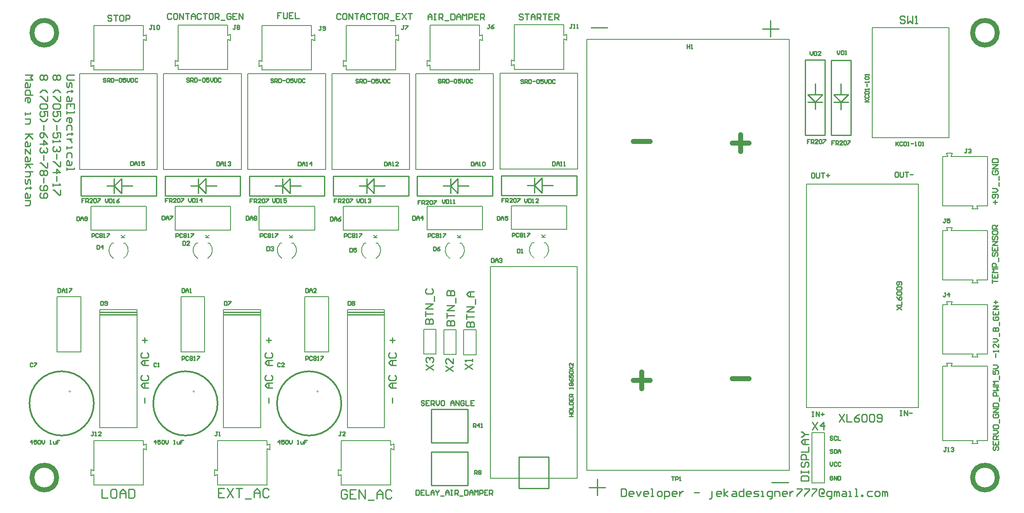
<source format=gto>
G04*
G04 #@! TF.GenerationSoftware,Altium Limited,Altium Designer,22.10.1 (41)*
G04*
G04 Layer_Color=65535*
%FSLAX44Y44*%
%MOMM*%
G71*
G04*
G04 #@! TF.SameCoordinates,C9FDC906-5936-4CD8-A4FC-E9511144A6E8*
G04*
G04*
G04 #@! TF.FilePolarity,Positive*
G04*
G01*
G75*
%ADD10C,0.2000*%
%ADD11C,1.0000*%
%ADD12C,0.3000*%
%ADD13C,0.2540*%
%ADD14C,0.1000*%
%ADD15C,0.1524*%
D10*
X380220Y493393D02*
G03*
X383789Y523789I-10220J16607D01*
G01*
X355571Y523117D02*
G03*
X359780Y493393I14429J-13117D01*
G01*
X210220D02*
G03*
X213789Y523789I-10220J16607D01*
G01*
X185571Y523117D02*
G03*
X189780Y493393I14429J-13117D01*
G01*
X550220D02*
G03*
X553789Y523789I-10220J16607D01*
G01*
X525571Y523117D02*
G03*
X529780Y493393I14429J-13117D01*
G01*
X720220D02*
G03*
X723789Y523789I-10220J16607D01*
G01*
X695571Y523117D02*
G03*
X699780Y493393I14429J-13117D01*
G01*
X1059520Y494393D02*
G03*
X1063089Y524789I-10220J16607D01*
G01*
X1034871Y524117D02*
G03*
X1039080Y494393I14429J-13117D01*
G01*
X889484Y493493D02*
G03*
X893053Y523889I-10220J16607D01*
G01*
X864836Y523217D02*
G03*
X869044Y493493I14429J-13117D01*
G01*
X1722000Y738000D02*
Y960000D01*
X1877000Y738000D02*
Y960000D01*
X1722000Y738000D02*
X1877000D01*
X1722000Y960000D02*
X1877000D01*
X1815700Y191900D02*
Y643900D01*
X1589700Y191900D02*
Y643900D01*
X1815700D01*
X1589700Y191900D02*
X1815700D01*
X1600700Y39600D02*
X1625700D01*
X1600700Y140800D02*
X1625700D01*
X1600700Y39600D02*
Y140800D01*
X1625700Y39600D02*
Y140800D01*
X256000Y551000D02*
Y599000D01*
X144000Y551000D02*
X256000D01*
X144000D02*
Y599000D01*
X256000D01*
X426000Y551000D02*
Y599000D01*
X314000Y551000D02*
X426000D01*
X314000D02*
Y599000D01*
X426000D01*
X484000D02*
X596000D01*
X484000Y551000D02*
Y599000D01*
Y551000D02*
X596000D01*
Y599000D01*
X766000Y551000D02*
Y599000D01*
X654000Y551000D02*
X766000D01*
X654000D02*
Y599000D01*
X766000D01*
X1105300Y552000D02*
Y600000D01*
X993300Y552000D02*
X1105300D01*
X993300D02*
Y600000D01*
X1105300D01*
X935264Y551100D02*
Y599100D01*
X823264Y551100D02*
X935264D01*
X823264D02*
Y599100D01*
X935264D01*
X355571Y523117D02*
X356424Y523970D01*
X380160D02*
X383789D01*
X356424D02*
X359840D01*
X185571Y523117D02*
X186424Y523970D01*
X210160D02*
X213789D01*
X186424D02*
X189840D01*
X525571Y523117D02*
X526424Y523970D01*
X550160D02*
X553789D01*
X526424D02*
X529840D01*
X695571Y523117D02*
X696424Y523970D01*
X720160D02*
X723789D01*
X696424D02*
X699840D01*
X1034871Y524117D02*
X1035724Y524970D01*
X1059460D02*
X1063089D01*
X1035724D02*
X1039140D01*
X864836Y523217D02*
X865688Y524070D01*
X889424D02*
X893053D01*
X865688D02*
X869104D01*
X951365Y48360D02*
X1126365Y48360D01*
Y228610D02*
Y307110D01*
Y48360D02*
Y228610D01*
X951365Y476980D02*
X1126365D01*
Y307110D02*
Y476980D01*
X951365D02*
X951365Y48360D01*
X576000Y304000D02*
Y416000D01*
Y304000D02*
X624000D01*
Y416000D01*
X576000D02*
X624000D01*
X1865000Y125000D02*
Y275000D01*
X1955000Y125000D02*
Y275000D01*
X1933500Y125000D02*
X1955000D01*
X1865000D02*
X1926498D01*
X1924000Y118999D02*
X1936000D01*
X1933502Y125000D02*
X1936000Y118999D01*
X1924000D02*
X1926498Y125000D01*
X1881504Y275000D02*
X1884002Y281001D01*
X1872002D02*
X1884002D01*
X1872002D02*
X1874500Y275000D01*
X1865000D02*
X1874500D01*
X1881500D02*
X1955000D01*
X1881500Y700000D02*
X1955000D01*
X1865000D02*
X1874500D01*
X1865000Y600000D02*
Y700000D01*
X1955000Y600000D02*
Y700000D01*
X1933500Y600000D02*
X1955000D01*
X1865000D02*
X1926498D01*
X1924000Y593999D02*
X1936000D01*
X1933502Y600000D02*
X1936000Y593999D01*
X1924000D02*
X1926498Y600000D01*
X1872002Y706001D02*
X1874500Y700000D01*
X1872002Y706001D02*
X1884002D01*
X1881504Y700000D02*
X1884002Y706001D01*
X857043Y349300D02*
X882043D01*
Y298900D02*
Y349300D01*
X857043Y298900D02*
Y349300D01*
Y298900D02*
X882043D01*
X816400Y350100D02*
X841400D01*
Y299700D02*
Y350100D01*
X816400Y299700D02*
Y350100D01*
Y299700D02*
X841400D01*
X897300Y348900D02*
X922300D01*
Y298500D02*
Y348900D01*
X897300Y298500D02*
Y348900D01*
Y298500D02*
X922300D01*
X631000Y673000D02*
Y867000D01*
Y673000D02*
X788000D01*
Y867000D01*
X631000D02*
X788000D01*
X970300Y674000D02*
Y868000D01*
Y674000D02*
X1127300D01*
Y868000D01*
X970300D02*
X1127300D01*
X800264Y673100D02*
Y867100D01*
Y673100D02*
X957264D01*
Y867100D01*
X800264D02*
X957264D01*
X237000Y151000D02*
Y390000D01*
X162000D02*
X237000D01*
X162000Y151000D02*
Y390000D01*
Y151000D02*
X237000D01*
X487000D02*
Y390000D01*
X412000D02*
X487000D01*
X412000Y151000D02*
Y390000D01*
Y151000D02*
X487000D01*
X737000D02*
Y390000D01*
X662000D02*
X737000D01*
X662000Y151000D02*
Y390000D01*
Y151000D02*
X737000D01*
X500000Y35000D02*
Y108500D01*
Y115500D02*
Y125000D01*
X400000D02*
X500000D01*
X400000Y35000D02*
X500000D01*
X400000D02*
Y56500D01*
Y63502D02*
Y125000D01*
X393999Y54000D02*
Y66000D01*
Y54000D02*
X400000Y56498D01*
X393999Y66000D02*
X400000Y63502D01*
X500000Y115500D02*
X506001Y117998D01*
Y105998D02*
Y117998D01*
X500000Y108496D02*
X506001Y105998D01*
X250000Y35000D02*
Y108500D01*
Y115500D02*
Y125000D01*
X150000D02*
X250000D01*
X150000Y35000D02*
X250000D01*
X150000D02*
Y56500D01*
Y63502D02*
Y125000D01*
X143999Y54000D02*
Y66000D01*
Y54000D02*
X150000Y56498D01*
X143999Y66000D02*
X150000Y63502D01*
X250000Y115500D02*
X256001Y117998D01*
Y105998D02*
Y117998D01*
X250000Y108496D02*
X256001Y105998D01*
X1146000Y65000D02*
Y937000D01*
Y65000D02*
X1555000D01*
Y937000D01*
X1146000D02*
X1555000D01*
X76000Y416000D02*
X124000D01*
Y304000D02*
Y416000D01*
X76000Y304000D02*
X124000D01*
X76000D02*
Y416000D01*
X829264Y891600D02*
Y965100D01*
Y875100D02*
Y884600D01*
Y875100D02*
X929264D01*
X829264Y965100D02*
X929264D01*
Y943600D02*
Y965100D01*
Y875100D02*
Y936598D01*
X935265Y934100D02*
Y946100D01*
X929264Y943602D02*
X935265Y946100D01*
X929264Y936598D02*
X935265Y934100D01*
X823263Y882102D02*
X829264Y884600D01*
X823263Y882102D02*
Y894102D01*
X829264Y891604D01*
X993299Y895002D02*
X999300Y892504D01*
X993299Y883002D02*
Y895002D01*
Y883002D02*
X999300Y885500D01*
X1099300Y937498D02*
X1105301Y935000D01*
X1099300Y944502D02*
X1105301Y947000D01*
Y935000D02*
Y947000D01*
X1099300Y876000D02*
Y937498D01*
Y944500D02*
Y966000D01*
X999300D02*
X1099300D01*
X999300Y876000D02*
X1099300D01*
X999300D02*
Y885500D01*
Y892500D02*
Y966000D01*
X653999Y894002D02*
X660000Y891504D01*
X653999Y882002D02*
Y894002D01*
Y882002D02*
X660000Y884500D01*
X760000Y936498D02*
X766001Y934000D01*
X760000Y943502D02*
X766001Y946000D01*
Y934000D02*
Y946000D01*
X760000Y875000D02*
Y936498D01*
Y943500D02*
Y965000D01*
X660000D02*
X760000D01*
X660000Y875000D02*
X760000D01*
X660000D02*
Y884500D01*
Y891500D02*
Y965000D01*
X483999Y894002D02*
X490000Y891504D01*
X483999Y882002D02*
Y894002D01*
Y882002D02*
X490000Y884500D01*
X590000Y936498D02*
X596001Y934000D01*
X590000Y943502D02*
X596001Y946000D01*
Y934000D02*
Y946000D01*
X590000Y875000D02*
Y936498D01*
Y943500D02*
Y965000D01*
X490000D02*
X590000D01*
X490000Y875000D02*
X590000D01*
X490000D02*
Y884500D01*
Y891500D02*
Y965000D01*
X313999Y894502D02*
X320000Y892004D01*
X313999Y882502D02*
Y894502D01*
Y882502D02*
X320000Y885000D01*
X420000Y936998D02*
X426001Y934500D01*
X420000Y944002D02*
X426001Y946500D01*
Y934500D02*
Y946500D01*
X420000Y875500D02*
Y936998D01*
Y944000D02*
Y965500D01*
X320000D02*
X420000D01*
X320000Y875500D02*
X420000D01*
X320000D02*
Y885000D01*
Y892000D02*
Y965500D01*
X143999Y894002D02*
X150000Y891504D01*
X143999Y882002D02*
Y894002D01*
Y882002D02*
X150000Y884500D01*
X250000Y936498D02*
X256001Y934000D01*
X250000Y943502D02*
X256001Y946000D01*
Y934000D02*
Y946000D01*
X250000Y875000D02*
Y936498D01*
Y943500D02*
Y965000D01*
X150000D02*
X250000D01*
X150000Y875000D02*
X250000D01*
X150000D02*
Y884500D01*
Y891500D02*
Y965000D01*
X291000Y673000D02*
Y867000D01*
Y673000D02*
X448000D01*
Y867000D01*
X291000D02*
X448000D01*
X461000D02*
X618000D01*
Y673000D02*
Y867000D01*
X461000Y673000D02*
X618000D01*
X461000D02*
Y867000D01*
X121000D02*
X278000D01*
Y673000D02*
Y867000D01*
X121000Y673000D02*
X278000D01*
X121000D02*
Y867000D01*
X326000Y416000D02*
X374000D01*
Y304000D02*
Y416000D01*
X326000Y304000D02*
X374000D01*
X326000D02*
Y416000D01*
X750000Y108496D02*
X756001Y105998D01*
Y117998D01*
X750000Y115500D02*
X756001Y117998D01*
X643999Y66000D02*
X650000Y63502D01*
X643999Y54000D02*
X650000Y56498D01*
X643999Y54000D02*
Y66000D01*
X650000Y63502D02*
Y125000D01*
Y35000D02*
Y56500D01*
Y35000D02*
X750000D01*
X650000Y125000D02*
X750000D01*
Y115500D02*
Y125000D01*
Y35000D02*
Y108500D01*
X1881504Y400000D02*
X1884002Y406001D01*
X1872002D02*
X1884002D01*
X1872002D02*
X1874500Y400000D01*
X1924000Y293999D02*
X1926498Y300000D01*
X1933502D02*
X1936000Y293999D01*
X1924000D02*
X1936000D01*
X1865000Y300000D02*
X1926498D01*
X1933500D02*
X1955000D01*
Y400000D01*
X1865000Y300000D02*
Y400000D01*
X1874500D01*
X1881500D02*
X1955000D01*
X1881504Y550000D02*
X1884002Y556001D01*
X1872002D02*
X1884002D01*
X1872002D02*
X1874500Y550000D01*
X1924000Y443999D02*
X1926498Y450000D01*
X1933502D02*
X1936000Y443999D01*
X1924000D02*
X1936000D01*
X1865000Y450000D02*
X1926498D01*
X1933500D02*
X1955000D01*
Y550000D01*
X1865000Y450000D02*
Y550000D01*
X1874500D01*
X1881500D02*
X1955000D01*
D11*
X1975000Y950000D02*
G03*
X1975000Y950000I-25000J0D01*
G01*
Y50000D02*
G03*
X1975000Y50000I-25000J0D01*
G01*
X75000D02*
G03*
X75000Y50000I-25000J0D01*
G01*
Y950000D02*
G03*
X75000Y950000I-25000J0D01*
G01*
X1440000Y250000D02*
X1473323D01*
X1240000Y246661D02*
X1273323D01*
X1256661Y263323D02*
Y230000D01*
X1440000Y726661D02*
X1473323D01*
X1456661Y743323D02*
Y710000D01*
X1240000Y730000D02*
X1273323D01*
D12*
X150000Y200000D02*
G03*
X150000Y200000I-65000J0D01*
G01*
X400000D02*
G03*
X400000Y200000I-65000J0D01*
G01*
X650000D02*
G03*
X650000Y200000I-65000J0D01*
G01*
D13*
X1587000Y743000D02*
X1627000D01*
Y895000D01*
X1587000D02*
X1627000D01*
X1587000Y743000D02*
Y895000D01*
X1592000Y810000D02*
X1622000D01*
X1592000Y825000D02*
X1607000Y810000D01*
X1592000Y825000D02*
X1622000D01*
X1607000Y810000D02*
X1622000Y825000D01*
X1607000D02*
Y847000D01*
Y795000D02*
Y810000D01*
X1639300Y742700D02*
X1679300D01*
Y894700D01*
X1639300D02*
X1679300D01*
X1639300Y742700D02*
Y894700D01*
X1644300Y809700D02*
X1674300D01*
X1644300Y824700D02*
X1659300Y809700D01*
X1644300Y824700D02*
X1674300D01*
X1659300Y809700D02*
X1674300Y824700D01*
X1659300D02*
Y846700D01*
Y794700D02*
Y809700D01*
X1068865Y28360D02*
Y91360D01*
X1008865D02*
X1068865D01*
X1008865Y28360D02*
Y91360D01*
Y28360D02*
X1068865D01*
X832000Y33700D02*
Y101700D01*
Y33700D02*
X905000D01*
X832000Y101700D02*
X905000D01*
Y33700D02*
Y101700D01*
X832000Y120300D02*
Y188300D01*
Y120300D02*
X905000D01*
X832000Y188300D02*
X905000D01*
Y120300D02*
Y188300D01*
X973300Y621000D02*
Y661000D01*
Y621000D02*
X1125300D01*
Y661000D01*
X973300D02*
X1125300D01*
X1040300Y626000D02*
Y656000D01*
Y641000D02*
X1055300Y656000D01*
Y626000D02*
Y656000D01*
X1040300Y641000D02*
X1055300Y626000D01*
Y641000D02*
X1077300D01*
X1025300D02*
X1040300D01*
X634000Y620000D02*
Y660000D01*
Y620000D02*
X786000D01*
Y660000D01*
X634000D02*
X786000D01*
X701000Y625000D02*
Y655000D01*
Y640000D02*
X716000Y655000D01*
Y625000D02*
Y655000D01*
X701000Y640000D02*
X716000Y625000D01*
Y640000D02*
X738000D01*
X686000D02*
X701000D01*
X464000Y620000D02*
Y660000D01*
Y620000D02*
X616000D01*
Y660000D01*
X464000D02*
X616000D01*
X531000Y625000D02*
Y655000D01*
Y640000D02*
X546000Y655000D01*
Y625000D02*
Y655000D01*
X531000Y640000D02*
X546000Y625000D01*
Y640000D02*
X568000D01*
X516000D02*
X531000D01*
X294000Y620000D02*
Y660000D01*
Y620000D02*
X446000D01*
Y660000D01*
X294000D02*
X446000D01*
X361000Y625000D02*
Y655000D01*
Y640000D02*
X376000Y655000D01*
Y625000D02*
Y655000D01*
X361000Y640000D02*
X376000Y625000D01*
Y640000D02*
X398000D01*
X346000D02*
X361000D01*
X163000Y385000D02*
X236000D01*
X163000Y379765D02*
X236610D01*
X413000Y385000D02*
X486000D01*
X413000Y379765D02*
X486610D01*
X663000Y385000D02*
X736000D01*
X663000Y379765D02*
X736610D01*
X176000Y640000D02*
X191000D01*
X206000D02*
X228000D01*
X191000D02*
X206000Y625000D01*
Y655000D01*
X191000Y640000D02*
X206000Y655000D01*
X191000Y625000D02*
Y655000D01*
X124000Y660000D02*
X276000D01*
Y620000D02*
Y660000D01*
X124000Y620000D02*
X276000D01*
X124000D02*
Y660000D01*
X855264Y640100D02*
X870264D01*
X885264D02*
X907264D01*
X870264D02*
X885264Y625100D01*
Y655100D01*
X870264Y640100D02*
X885264Y655100D01*
X870264Y625100D02*
Y655100D01*
X803264Y660100D02*
X955264D01*
Y620100D02*
Y660100D01*
X803264Y620100D02*
X955264D01*
X803264D02*
Y660100D01*
X53336Y864760D02*
X55875Y862221D01*
Y857142D01*
X53336Y854603D01*
X50797D01*
X48258Y857142D01*
X45718Y854603D01*
X43179D01*
X40640Y857142D01*
Y862221D01*
X43179Y864760D01*
X45718D01*
X48258Y862221D01*
X50797Y864760D01*
X53336D01*
X48258Y862221D02*
Y857142D01*
X40640Y829212D02*
X45718Y834290D01*
X50797D01*
X55875Y829212D01*
Y821594D02*
Y811437D01*
X53336D01*
X43179Y821594D01*
X40640D01*
X53336Y806359D02*
X55875Y803820D01*
Y798741D01*
X53336Y796202D01*
X43179D01*
X40640Y798741D01*
Y803820D01*
X43179Y806359D01*
X53336D01*
X55875Y780967D02*
Y791124D01*
X48258D01*
X50797Y786045D01*
Y783506D01*
X48258Y780967D01*
X43179D01*
X40640Y783506D01*
Y788585D01*
X43179Y791124D01*
X40640Y775889D02*
X45718Y770810D01*
X50797D01*
X55875Y775889D01*
X48258Y763193D02*
Y753036D01*
X55875Y737801D02*
X53336Y742879D01*
X48258Y747958D01*
X43179D01*
X40640Y745419D01*
Y740340D01*
X43179Y737801D01*
X45718D01*
X48258Y740340D01*
Y747958D01*
X40640Y725105D02*
X55875D01*
X48258Y732723D01*
Y722566D01*
X53336Y717488D02*
X55875Y714948D01*
Y709870D01*
X53336Y707331D01*
X50797D01*
X48258Y709870D01*
Y712409D01*
Y709870D01*
X45718Y707331D01*
X43179D01*
X40640Y709870D01*
Y714948D01*
X43179Y717488D01*
X48258Y702253D02*
Y692096D01*
X55875Y687018D02*
Y676861D01*
X53336D01*
X43179Y687018D01*
X40640D01*
X53336Y671782D02*
X55875Y669243D01*
Y664165D01*
X53336Y661626D01*
X50797D01*
X48258Y664165D01*
X45718Y661626D01*
X43179D01*
X40640Y664165D01*
Y669243D01*
X43179Y671782D01*
X45718D01*
X48258Y669243D01*
X50797Y671782D01*
X53336D01*
X48258Y669243D02*
Y664165D01*
Y656547D02*
Y646391D01*
X43179Y641312D02*
X40640Y638773D01*
Y633695D01*
X43179Y631156D01*
X53336D01*
X55875Y633695D01*
Y638773D01*
X53336Y641312D01*
X50797D01*
X48258Y638773D01*
Y631156D01*
X43179Y626077D02*
X40640Y623538D01*
Y618460D01*
X43179Y615920D01*
X53336D01*
X55875Y618460D01*
Y623538D01*
X53336Y626077D01*
X50797D01*
X48258Y623538D01*
Y615920D01*
X11040Y864360D02*
X26275D01*
X21197Y859282D01*
X26275Y854203D01*
X11040D01*
X21197Y846586D02*
Y841507D01*
X18657Y838968D01*
X11040D01*
Y846586D01*
X13579Y849125D01*
X16118Y846586D01*
Y838968D01*
X26275Y823733D02*
X11040D01*
Y831351D01*
X13579Y833890D01*
X18657D01*
X21197Y831351D01*
Y823733D01*
X11040Y811037D02*
Y816116D01*
X13579Y818655D01*
X18657D01*
X21197Y816116D01*
Y811037D01*
X18657Y808498D01*
X16118D01*
Y818655D01*
X11040Y788185D02*
Y783106D01*
Y785645D01*
X21197D01*
Y788185D01*
X11040Y775489D02*
X21197D01*
Y767871D01*
X18657Y765332D01*
X11040D01*
X26275Y745019D02*
X11040D01*
X16118D01*
X26275Y734862D01*
X18657Y742479D01*
X11040Y734862D01*
X21197Y727244D02*
Y722166D01*
X18657Y719627D01*
X11040D01*
Y727244D01*
X13579Y729783D01*
X16118Y727244D01*
Y719627D01*
X21197Y714548D02*
Y704392D01*
X11040Y714548D01*
Y704392D01*
X21197Y696774D02*
Y691696D01*
X18657Y689157D01*
X11040D01*
Y696774D01*
X13579Y699313D01*
X16118Y696774D01*
Y689157D01*
X11040Y684078D02*
X26275D01*
X16118D02*
X21197Y676461D01*
X16118Y684078D02*
X11040Y676461D01*
X26275Y668843D02*
X11040D01*
X18657D01*
X21197Y666304D01*
Y661226D01*
X18657Y658687D01*
X11040D01*
Y653608D02*
Y645991D01*
X13579Y643451D01*
X16118Y645991D01*
Y651069D01*
X18657Y653608D01*
X21197Y651069D01*
Y643451D01*
X23736Y635834D02*
X21197D01*
Y638373D01*
Y633295D01*
Y635834D01*
X13579D01*
X11040Y633295D01*
X21197Y623138D02*
Y618060D01*
X18657Y615521D01*
X11040D01*
Y623138D01*
X13579Y625677D01*
X16118Y623138D01*
Y615521D01*
X11040Y610442D02*
X21197D01*
Y602825D01*
X18657Y600285D01*
X11040D01*
X79948Y865060D02*
X82487Y862521D01*
Y857442D01*
X79948Y854903D01*
X77408D01*
X74869Y857442D01*
X72330Y854903D01*
X69791D01*
X67252Y857442D01*
Y862521D01*
X69791Y865060D01*
X72330D01*
X74869Y862521D01*
X77408Y865060D01*
X79948D01*
X74869Y862521D02*
Y857442D01*
X67252Y829511D02*
X72330Y834590D01*
X77408D01*
X82487Y829511D01*
Y821894D02*
Y811737D01*
X79948D01*
X69791Y821894D01*
X67252D01*
X79948Y806659D02*
X82487Y804120D01*
Y799041D01*
X79948Y796502D01*
X69791D01*
X67252Y799041D01*
Y804120D01*
X69791Y806659D01*
X79948D01*
X82487Y781267D02*
Y791424D01*
X74869D01*
X77408Y786345D01*
Y783806D01*
X74869Y781267D01*
X69791D01*
X67252Y783806D01*
Y788885D01*
X69791Y791424D01*
X67252Y776189D02*
X72330Y771110D01*
X77408D01*
X82487Y776189D01*
X74869Y763493D02*
Y753336D01*
X82487Y738101D02*
Y748258D01*
X74869D01*
X77408Y743179D01*
Y740640D01*
X74869Y738101D01*
X69791D01*
X67252Y740640D01*
Y745719D01*
X69791Y748258D01*
X67252Y733023D02*
Y727944D01*
Y730483D01*
X82487D01*
X79948Y733023D01*
Y720327D02*
X82487Y717788D01*
Y712709D01*
X79948Y710170D01*
X77408D01*
X74869Y712709D01*
Y715248D01*
Y712709D01*
X72330Y710170D01*
X69791D01*
X67252Y712709D01*
Y717788D01*
X69791Y720327D01*
X74869Y705092D02*
Y694935D01*
X82487Y689857D02*
Y679700D01*
X79948D01*
X69791Y689857D01*
X67252D01*
Y667004D02*
X82487D01*
X74869Y674622D01*
Y664465D01*
Y659387D02*
Y649230D01*
X67252Y644151D02*
Y639073D01*
Y641612D01*
X82487D01*
X79948Y644151D01*
X82487Y631456D02*
Y621299D01*
X79948D01*
X69791Y631456D01*
X67252D01*
X110275Y864760D02*
X97579D01*
X95040Y862221D01*
Y857142D01*
X97579Y854603D01*
X110275D01*
X95040Y849525D02*
Y841907D01*
X97579Y839368D01*
X100118Y841907D01*
Y846986D01*
X102658Y849525D01*
X105197Y846986D01*
Y839368D01*
X107736Y831751D02*
X105197D01*
Y834290D01*
Y829212D01*
Y831751D01*
X97579D01*
X95040Y829212D01*
X105197Y819055D02*
Y813976D01*
X102658Y811437D01*
X95040D01*
Y819055D01*
X97579Y821594D01*
X100118Y819055D01*
Y811437D01*
X110275Y796202D02*
Y806359D01*
X95040D01*
Y796202D01*
X102658Y806359D02*
Y801281D01*
X95040Y791124D02*
Y786045D01*
Y788585D01*
X110275D01*
Y791124D01*
X95040Y770810D02*
Y775889D01*
X97579Y778428D01*
X102658D01*
X105197Y775889D01*
Y770810D01*
X102658Y768271D01*
X100118D01*
Y778428D01*
X105197Y753036D02*
Y760654D01*
X102658Y763193D01*
X97579D01*
X95040Y760654D01*
Y753036D01*
X107736Y745419D02*
X105197D01*
Y747958D01*
Y742879D01*
Y745419D01*
X97579D01*
X95040Y742879D01*
X105197Y735262D02*
X95040D01*
X100118D01*
X102658Y732723D01*
X105197Y730183D01*
Y727644D01*
X95040Y720027D02*
Y714949D01*
Y717488D01*
X105197D01*
Y720027D01*
Y697174D02*
Y704792D01*
X102658Y707331D01*
X97579D01*
X95040Y704792D01*
Y697174D01*
X105197Y689557D02*
Y684478D01*
X102658Y681939D01*
X95040D01*
Y689557D01*
X97579Y692096D01*
X100118Y689557D01*
Y681939D01*
X95040Y676861D02*
Y671782D01*
Y674322D01*
X110275D01*
Y676861D01*
X1707463Y810540D02*
X1715460D01*
X1712794D01*
X1707463Y815872D01*
X1711461Y811873D01*
X1715460Y815872D01*
X1708795Y823869D02*
X1707463Y822536D01*
Y819870D01*
X1708795Y818538D01*
X1714127D01*
X1715460Y819870D01*
Y822536D01*
X1714127Y823869D01*
X1707463Y826535D02*
X1715460D01*
Y830534D01*
X1714127Y831867D01*
X1708795D01*
X1707463Y830534D01*
Y826535D01*
X1715460Y834532D02*
Y837198D01*
Y835865D01*
X1707463D01*
X1708795Y834532D01*
X1711461Y841197D02*
Y846528D01*
X1715460Y849194D02*
Y851860D01*
Y850527D01*
X1707463D01*
X1708795Y849194D01*
Y855859D02*
X1707463Y857192D01*
Y859857D01*
X1708795Y861190D01*
X1714127D01*
X1715460Y859857D01*
Y857192D01*
X1714127Y855859D01*
X1708795D01*
X1715460Y863856D02*
Y866522D01*
Y865189D01*
X1707463D01*
X1708795Y863856D01*
X1771463Y389432D02*
X1781460Y396096D01*
X1771463D02*
X1781460Y389432D01*
X1771463Y399429D02*
X1781460D01*
Y406093D01*
X1771463Y416090D02*
X1773129Y412758D01*
X1776461Y409426D01*
X1779794D01*
X1781460Y411092D01*
Y414424D01*
X1779794Y416090D01*
X1778128D01*
X1776461Y414424D01*
Y409426D01*
X1773129Y419422D02*
X1771463Y421088D01*
Y424421D01*
X1773129Y426087D01*
X1779794D01*
X1781460Y424421D01*
Y421088D01*
X1779794Y419422D01*
X1773129D01*
Y429419D02*
X1771463Y431085D01*
Y434417D01*
X1773129Y436084D01*
X1779794D01*
X1781460Y434417D01*
Y431085D01*
X1779794Y429419D01*
X1773129D01*
X1779794Y439416D02*
X1781460Y441082D01*
Y444414D01*
X1779794Y446080D01*
X1773129D01*
X1771463Y444414D01*
Y441082D01*
X1773129Y439416D01*
X1774795D01*
X1776461Y441082D01*
Y446080D01*
X1604238Y666437D02*
X1600906D01*
X1599240Y664771D01*
Y658106D01*
X1600906Y656440D01*
X1604238D01*
X1605905Y658106D01*
Y664771D01*
X1604238Y666437D01*
X1609237D02*
Y658106D01*
X1610903Y656440D01*
X1614235D01*
X1615901Y658106D01*
Y666437D01*
X1619234D02*
X1625898D01*
X1622566D01*
Y656440D01*
X1629230Y661438D02*
X1635895D01*
X1632563Y664771D02*
Y658106D01*
X1773238Y668437D02*
X1769906D01*
X1768240Y666771D01*
Y660106D01*
X1769906Y658440D01*
X1773238D01*
X1774904Y660106D01*
Y666771D01*
X1773238Y668437D01*
X1778237D02*
Y660106D01*
X1779903Y658440D01*
X1783235D01*
X1784901Y660106D01*
Y668437D01*
X1788234D02*
X1794898D01*
X1791566D01*
Y658440D01*
X1798230Y663438D02*
X1804895D01*
X1778240Y185437D02*
X1781572D01*
X1779906D01*
Y175440D01*
X1778240D01*
X1781572D01*
X1786571D02*
Y185437D01*
X1793235Y175440D01*
Y185437D01*
X1796567Y180438D02*
X1803232D01*
X1600240Y183437D02*
X1603572D01*
X1601906D01*
Y173440D01*
X1600240D01*
X1603572D01*
X1608571D02*
Y183437D01*
X1615235Y173440D01*
Y183437D01*
X1618567Y178438D02*
X1625232D01*
X1621900Y181771D02*
Y175106D01*
X1215340Y27434D02*
Y12438D01*
X1222838D01*
X1225337Y14938D01*
Y24934D01*
X1222838Y27434D01*
X1215340D01*
X1237833Y12438D02*
X1232834D01*
X1230335Y14938D01*
Y19936D01*
X1232834Y22435D01*
X1237833D01*
X1240332Y19936D01*
Y17437D01*
X1230335D01*
X1245330Y22435D02*
X1250329Y12438D01*
X1255327Y22435D01*
X1267823Y12438D02*
X1262825D01*
X1260325Y14938D01*
Y19936D01*
X1262825Y22435D01*
X1267823D01*
X1270322Y19936D01*
Y17437D01*
X1260325D01*
X1275321Y12438D02*
X1280319D01*
X1277820D01*
Y27434D01*
X1275321D01*
X1290316Y12438D02*
X1295314D01*
X1297813Y14938D01*
Y19936D01*
X1295314Y22435D01*
X1290316D01*
X1287816Y19936D01*
Y14938D01*
X1290316Y12438D01*
X1302812Y7440D02*
Y22435D01*
X1310309D01*
X1312808Y19936D01*
Y14938D01*
X1310309Y12438D01*
X1302812D01*
X1325304D02*
X1320306D01*
X1317807Y14938D01*
Y19936D01*
X1320306Y22435D01*
X1325304D01*
X1327804Y19936D01*
Y17437D01*
X1317807D01*
X1332802Y22435D02*
Y12438D01*
Y17437D01*
X1335301Y19936D01*
X1337800Y22435D01*
X1340300D01*
X1362792Y19936D02*
X1372789D01*
X1392782Y7440D02*
X1395282D01*
X1397781Y9939D01*
Y22435D01*
X1415275Y12438D02*
X1410277D01*
X1407778Y14938D01*
Y19936D01*
X1410277Y22435D01*
X1415275D01*
X1417774Y19936D01*
Y17437D01*
X1407778D01*
X1422773Y12438D02*
Y27434D01*
Y17437D02*
X1430270Y22435D01*
X1422773Y17437D02*
X1430270Y12438D01*
X1440267Y22435D02*
X1445266D01*
X1447765Y19936D01*
Y12438D01*
X1440267D01*
X1437768Y14938D01*
X1440267Y17437D01*
X1447765D01*
X1462760Y27434D02*
Y12438D01*
X1455262D01*
X1452763Y14938D01*
Y19936D01*
X1455262Y22435D01*
X1462760D01*
X1475256Y12438D02*
X1470257D01*
X1467758Y14938D01*
Y19936D01*
X1470257Y22435D01*
X1475256D01*
X1477755Y19936D01*
Y17437D01*
X1467758D01*
X1482753Y12438D02*
X1490251D01*
X1492750Y14938D01*
X1490251Y17437D01*
X1485253D01*
X1482753Y19936D01*
X1485253Y22435D01*
X1492750D01*
X1497749Y12438D02*
X1502747D01*
X1500248D01*
Y22435D01*
X1497749D01*
X1515243Y7440D02*
X1517742D01*
X1520241Y9939D01*
Y22435D01*
X1512744D01*
X1510244Y19936D01*
Y14938D01*
X1512744Y12438D01*
X1520241D01*
X1525240D02*
Y22435D01*
X1532737D01*
X1535236Y19936D01*
Y12438D01*
X1547732D02*
X1542734D01*
X1540235Y14938D01*
Y19936D01*
X1542734Y22435D01*
X1547732D01*
X1550231Y19936D01*
Y17437D01*
X1540235D01*
X1555230Y22435D02*
Y12438D01*
Y17437D01*
X1557729Y19936D01*
X1560228Y22435D01*
X1562728D01*
X1570225Y27434D02*
X1580222D01*
Y24934D01*
X1570225Y14938D01*
Y12438D01*
X1585220Y27434D02*
X1595217D01*
Y24934D01*
X1585220Y14938D01*
Y12438D01*
X1600215Y27434D02*
X1610212D01*
Y24934D01*
X1600215Y14938D01*
Y12438D01*
X1622708Y17437D02*
Y19936D01*
X1620209D01*
Y17437D01*
X1622708D01*
X1625207Y19936D01*
Y24934D01*
X1622708Y27434D01*
X1617710D01*
X1615211Y24934D01*
Y14938D01*
X1617710Y12438D01*
X1625207D01*
X1635204Y7440D02*
X1637703D01*
X1640202Y9939D01*
Y22435D01*
X1632705D01*
X1630206Y19936D01*
Y14938D01*
X1632705Y12438D01*
X1640202D01*
X1645201D02*
Y22435D01*
X1647700D01*
X1650199Y19936D01*
Y12438D01*
Y19936D01*
X1652698Y22435D01*
X1655198Y19936D01*
Y12438D01*
X1662695Y22435D02*
X1667693D01*
X1670193Y19936D01*
Y12438D01*
X1662695D01*
X1660196Y14938D01*
X1662695Y17437D01*
X1670193D01*
X1675191Y12438D02*
X1680190D01*
X1677690D01*
Y22435D01*
X1675191D01*
X1687687Y12438D02*
X1692685D01*
X1690186D01*
Y27434D01*
X1687687D01*
X1700183Y12438D02*
Y14938D01*
X1702682D01*
Y12438D01*
X1700183D01*
X1722676Y22435D02*
X1715178D01*
X1712679Y19936D01*
Y14938D01*
X1715178Y12438D01*
X1722676D01*
X1730173D02*
X1735172D01*
X1737671Y14938D01*
Y19936D01*
X1735172Y22435D01*
X1730173D01*
X1727674Y19936D01*
Y14938D01*
X1730173Y12438D01*
X1742669D02*
Y22435D01*
X1745168D01*
X1747668Y19936D01*
Y12438D01*
Y19936D01*
X1750167Y22435D01*
X1752666Y19936D01*
Y12438D01*
X800540Y24803D02*
Y14806D01*
X805538D01*
X807205Y16472D01*
Y23137D01*
X805538Y24803D01*
X800540D01*
X817201D02*
X810537D01*
Y14806D01*
X817201D01*
X810537Y19805D02*
X813869D01*
X820534Y24803D02*
Y14806D01*
X827198D01*
X830530D02*
Y21471D01*
X833863Y24803D01*
X837195Y21471D01*
Y14806D01*
Y19805D01*
X830530D01*
X840527Y24803D02*
Y23137D01*
X843859Y19805D01*
X847192Y23137D01*
Y24803D01*
X843859Y19805D02*
Y14806D01*
X850524Y13140D02*
X857188D01*
X860521Y14806D02*
Y21471D01*
X863853Y24803D01*
X867185Y21471D01*
Y14806D01*
Y19805D01*
X860521D01*
X870518Y24803D02*
X873850D01*
X872184D01*
Y14806D01*
X870518D01*
X873850D01*
X878848D02*
Y24803D01*
X883847D01*
X885513Y23137D01*
Y19805D01*
X883847Y18138D01*
X878848D01*
X882180D02*
X885513Y14806D01*
X888845Y13140D02*
X895509D01*
X898842Y24803D02*
Y14806D01*
X903840D01*
X905506Y16472D01*
Y23137D01*
X903840Y24803D01*
X898842D01*
X908838Y14806D02*
Y21471D01*
X912171Y24803D01*
X915503Y21471D01*
Y14806D01*
Y19805D01*
X908838D01*
X918835Y14806D02*
Y24803D01*
X922168Y21471D01*
X925500Y24803D01*
Y14806D01*
X928832D02*
Y24803D01*
X933830D01*
X935497Y23137D01*
Y19805D01*
X933830Y18138D01*
X928832D01*
X945493Y24803D02*
X938829D01*
Y14806D01*
X945493D01*
X938829Y19805D02*
X942161D01*
X948826Y14806D02*
Y24803D01*
X953824D01*
X955490Y23137D01*
Y19805D01*
X953824Y18138D01*
X948826D01*
X952158D02*
X955490Y14806D01*
X817704Y204571D02*
X816038Y206237D01*
X812706D01*
X811040Y204571D01*
Y202904D01*
X812706Y201238D01*
X816038D01*
X817704Y199572D01*
Y197906D01*
X816038Y196240D01*
X812706D01*
X811040Y197906D01*
X827701Y206237D02*
X821037D01*
Y196240D01*
X827701D01*
X821037Y201238D02*
X824369D01*
X831034Y196240D02*
Y206237D01*
X836032D01*
X837698Y204571D01*
Y201238D01*
X836032Y199572D01*
X831034D01*
X834366D02*
X837698Y196240D01*
X841030Y206237D02*
Y199572D01*
X844363Y196240D01*
X847695Y199572D01*
Y206237D01*
X856025D02*
X852693D01*
X851027Y204571D01*
Y197906D01*
X852693Y196240D01*
X856025D01*
X857692Y197906D01*
Y204571D01*
X856025Y206237D01*
X871021Y196240D02*
Y202904D01*
X874353Y206237D01*
X877685Y202904D01*
Y196240D01*
Y201238D01*
X871021D01*
X881018Y196240D02*
Y206237D01*
X887682Y196240D01*
Y206237D01*
X897679Y204571D02*
X896013Y206237D01*
X892680D01*
X891014Y204571D01*
Y197906D01*
X892680Y196240D01*
X896013D01*
X897679Y197906D01*
Y201238D01*
X894346D01*
X901011Y206237D02*
Y196240D01*
X907675D01*
X917672Y206237D02*
X911008D01*
Y196240D01*
X917672D01*
X911008Y201238D02*
X914340D01*
X1967864Y112872D02*
X1966031Y111039D01*
Y107374D01*
X1967864Y105541D01*
X1969696D01*
X1971529Y107374D01*
Y111039D01*
X1973362Y112872D01*
X1975195D01*
X1977027Y111039D01*
Y107374D01*
X1975195Y105541D01*
X1966031Y123869D02*
Y116538D01*
X1977027D01*
Y123869D01*
X1971529Y116538D02*
Y120203D01*
X1977027Y127534D02*
X1966031D01*
Y133032D01*
X1967864Y134865D01*
X1971529D01*
X1973362Y133032D01*
Y127534D01*
Y131200D02*
X1977027Y134865D01*
X1966031Y138531D02*
X1973362D01*
X1977027Y142196D01*
X1973362Y145862D01*
X1966031D01*
Y155025D02*
Y151360D01*
X1967864Y149527D01*
X1975195D01*
X1977027Y151360D01*
Y155025D01*
X1975195Y156858D01*
X1967864D01*
X1966031Y155025D01*
X1978860Y160523D02*
Y167854D01*
X1967864Y178851D02*
X1966031Y177018D01*
Y173353D01*
X1967864Y171520D01*
X1975195D01*
X1977027Y173353D01*
Y177018D01*
X1975195Y178851D01*
X1971529D01*
Y175186D01*
X1977027Y182516D02*
X1966031D01*
X1977027Y189847D01*
X1966031D01*
Y193513D02*
X1977027D01*
Y199011D01*
X1975195Y200844D01*
X1967864D01*
X1966031Y199011D01*
Y193513D01*
X1978860Y204509D02*
Y211840D01*
X1977027Y215506D02*
X1966031D01*
Y221004D01*
X1967864Y222837D01*
X1971529D01*
X1973362Y221004D01*
Y215506D01*
X1966031Y226502D02*
X1977027D01*
X1973362Y230168D01*
X1977027Y233833D01*
X1966031D01*
X1977027Y237499D02*
X1966031D01*
X1969696Y241164D01*
X1966031Y244830D01*
X1977027D01*
X1978860Y248495D02*
Y255826D01*
X1966031Y266822D02*
Y259492D01*
X1971529D01*
X1969696Y263157D01*
Y264990D01*
X1971529Y266822D01*
X1975195D01*
X1977027Y264990D01*
Y261324D01*
X1975195Y259492D01*
X1966031Y270488D02*
X1973362D01*
X1977027Y274153D01*
X1973362Y277819D01*
X1966031D01*
X824804Y976539D02*
Y984537D01*
X828803Y988536D01*
X832802Y984537D01*
Y976539D01*
Y982537D01*
X824804D01*
X836801Y988536D02*
X840799D01*
X838800D01*
Y976539D01*
X836801D01*
X840799D01*
X846797D02*
Y988536D01*
X852795D01*
X854795Y986536D01*
Y982537D01*
X852795Y980538D01*
X846797D01*
X850796D02*
X854795Y976539D01*
X858793Y974540D02*
X866791D01*
X870789Y988536D02*
Y976539D01*
X876787D01*
X878787Y978539D01*
Y986536D01*
X876787Y988536D01*
X870789D01*
X882786Y976539D02*
Y984537D01*
X886784Y988536D01*
X890783Y984537D01*
Y976539D01*
Y982537D01*
X882786D01*
X894782Y976539D02*
Y988536D01*
X898780Y984537D01*
X902779Y988536D01*
Y976539D01*
X906778D02*
Y988536D01*
X912776D01*
X914775Y986536D01*
Y982537D01*
X912776Y980538D01*
X906778D01*
X926771Y988536D02*
X918774D01*
Y976539D01*
X926771D01*
X918774Y982537D02*
X922773D01*
X930770Y976539D02*
Y988536D01*
X936768D01*
X938767Y986536D01*
Y982537D01*
X936768Y980538D01*
X930770D01*
X934769D02*
X938767Y976539D01*
X1016837Y986537D02*
X1014838Y988536D01*
X1010839D01*
X1008840Y986537D01*
Y984537D01*
X1010839Y982538D01*
X1014838D01*
X1016837Y980539D01*
Y978539D01*
X1014838Y976540D01*
X1010839D01*
X1008840Y978539D01*
X1020836Y988536D02*
X1028833D01*
X1024835D01*
Y976540D01*
X1032832D02*
Y984537D01*
X1036831Y988536D01*
X1040830Y984537D01*
Y976540D01*
Y982538D01*
X1032832D01*
X1044828Y976540D02*
Y988536D01*
X1050826D01*
X1052826Y986537D01*
Y982538D01*
X1050826Y980539D01*
X1044828D01*
X1048827D02*
X1052826Y976540D01*
X1056824Y988536D02*
X1064822D01*
X1060823D01*
Y976540D01*
X1076818Y988536D02*
X1068821D01*
Y976540D01*
X1076818D01*
X1068821Y982538D02*
X1072819D01*
X1080817Y976540D02*
Y988536D01*
X1086815D01*
X1088814Y986537D01*
Y982538D01*
X1086815Y980539D01*
X1080817D01*
X1084815D02*
X1088814Y976540D01*
X648637Y987036D02*
X646638Y989035D01*
X642639D01*
X640640Y987036D01*
Y979039D01*
X642639Y977039D01*
X646638D01*
X648637Y979039D01*
X658634Y989035D02*
X654635D01*
X652636Y987036D01*
Y979039D01*
X654635Y977039D01*
X658634D01*
X660633Y979039D01*
Y987036D01*
X658634Y989035D01*
X664632Y977039D02*
Y989035D01*
X672630Y977039D01*
Y989035D01*
X676628D02*
X684626D01*
X680627D01*
Y977039D01*
X688624D02*
Y985037D01*
X692623Y989035D01*
X696622Y985037D01*
Y977039D01*
Y983037D01*
X688624D01*
X708618Y987036D02*
X706619Y989035D01*
X702620D01*
X700621Y987036D01*
Y979039D01*
X702620Y977039D01*
X706619D01*
X708618Y979039D01*
X712617Y989035D02*
X720614D01*
X716615D01*
Y977039D01*
X730611Y989035D02*
X726612D01*
X724613Y987036D01*
Y979039D01*
X726612Y977039D01*
X730611D01*
X732610Y979039D01*
Y987036D01*
X730611Y989035D01*
X736609Y977039D02*
Y989035D01*
X742607D01*
X744606Y987036D01*
Y983037D01*
X742607Y981038D01*
X736609D01*
X740608D02*
X744606Y977039D01*
X748605Y975040D02*
X756602D01*
X768599Y989035D02*
X760601D01*
Y977039D01*
X768599D01*
X760601Y983037D02*
X764600D01*
X772597Y989035D02*
X780595Y977039D01*
Y989035D02*
X772597Y977039D01*
X784593Y989035D02*
X792591D01*
X788592D01*
Y977039D01*
X528737Y990636D02*
X520740D01*
Y984638D01*
X524739D01*
X520740D01*
Y978640D01*
X532736Y990636D02*
Y980639D01*
X534735Y978640D01*
X538734D01*
X540733Y980639D01*
Y990636D01*
X552730D02*
X544732D01*
Y978640D01*
X552730D01*
X544732Y984638D02*
X548731D01*
X556728Y990636D02*
Y978640D01*
X564726D01*
X306737Y987536D02*
X304738Y989536D01*
X300739D01*
X298740Y987536D01*
Y979539D01*
X300739Y977539D01*
X304738D01*
X306737Y979539D01*
X316734Y989536D02*
X312736D01*
X310736Y987536D01*
Y979539D01*
X312736Y977539D01*
X316734D01*
X318734Y979539D01*
Y987536D01*
X316734Y989536D01*
X322732Y977539D02*
Y989536D01*
X330730Y977539D01*
Y989536D01*
X334728D02*
X342726D01*
X338727D01*
Y977539D01*
X346725D02*
Y985537D01*
X350723Y989536D01*
X354722Y985537D01*
Y977539D01*
Y983537D01*
X346725D01*
X366718Y987536D02*
X364719Y989536D01*
X360720D01*
X358721Y987536D01*
Y979539D01*
X360720Y977539D01*
X364719D01*
X366718Y979539D01*
X370717Y989536D02*
X378714D01*
X374715D01*
Y977539D01*
X388711Y989536D02*
X384712D01*
X382713Y987536D01*
Y979539D01*
X384712Y977539D01*
X388711D01*
X390710Y979539D01*
Y987536D01*
X388711Y989536D01*
X394709Y977539D02*
Y989536D01*
X400707D01*
X402706Y987536D01*
Y983537D01*
X400707Y981538D01*
X394709D01*
X398708D02*
X402706Y977539D01*
X406705Y975540D02*
X414702D01*
X426699Y987536D02*
X424699Y989536D01*
X420700D01*
X418701Y987536D01*
Y979539D01*
X420700Y977539D01*
X424699D01*
X426699Y979539D01*
Y983537D01*
X422700D01*
X438695Y989536D02*
X430697D01*
Y977539D01*
X438695D01*
X430697Y983537D02*
X434696D01*
X442693Y977539D02*
Y989536D01*
X450691Y977539D01*
Y989536D01*
X186137Y983737D02*
X184138Y985736D01*
X180139D01*
X178140Y983737D01*
Y981737D01*
X180139Y979738D01*
X184138D01*
X186137Y977739D01*
Y975739D01*
X184138Y973740D01*
X180139D01*
X178140Y975739D01*
X190136Y985736D02*
X198134D01*
X194135D01*
Y973740D01*
X208130Y985736D02*
X204132D01*
X202132Y983737D01*
Y975739D01*
X204132Y973740D01*
X208130D01*
X210130Y975739D01*
Y983737D01*
X208130Y985736D01*
X214128Y973740D02*
Y985736D01*
X220126D01*
X222126Y983737D01*
Y979738D01*
X220126Y977739D01*
X214128D01*
X1964531Y443340D02*
Y450671D01*
Y447006D01*
X1975527D01*
X1964531Y461667D02*
Y454337D01*
X1975527D01*
Y461667D01*
X1970029Y454337D02*
Y458002D01*
X1975527Y465333D02*
X1964531D01*
X1968196Y468998D01*
X1964531Y472664D01*
X1975527D01*
Y476329D02*
X1964531D01*
Y481828D01*
X1966364Y483660D01*
X1970029D01*
X1971862Y481828D01*
Y476329D01*
X1977360Y487326D02*
Y494657D01*
X1966364Y505653D02*
X1964531Y503820D01*
Y500155D01*
X1966364Y498322D01*
X1968196D01*
X1970029Y500155D01*
Y503820D01*
X1971862Y505653D01*
X1973694D01*
X1975527Y503820D01*
Y500155D01*
X1973694Y498322D01*
X1964531Y516650D02*
Y509319D01*
X1975527D01*
Y516650D01*
X1970029Y509319D02*
Y512984D01*
X1975527Y520315D02*
X1964531D01*
X1975527Y527646D01*
X1964531D01*
X1966364Y538643D02*
X1964531Y536810D01*
Y533144D01*
X1966364Y531312D01*
X1968196D01*
X1970029Y533144D01*
Y536810D01*
X1971862Y538643D01*
X1973694D01*
X1975527Y536810D01*
Y533144D01*
X1973694Y531312D01*
X1964531Y547806D02*
Y544141D01*
X1966364Y542308D01*
X1973694D01*
X1975527Y544141D01*
Y547806D01*
X1973694Y549639D01*
X1966364D01*
X1964531Y547806D01*
X1975527Y553304D02*
X1964531D01*
Y558803D01*
X1966364Y560635D01*
X1970029D01*
X1971862Y558803D01*
Y553304D01*
Y556970D02*
X1975527Y560635D01*
X1971529Y293140D02*
Y300471D01*
X1977027Y304137D02*
Y307802D01*
Y305969D01*
X1966031D01*
X1967864Y304137D01*
X1977027Y320631D02*
Y313300D01*
X1969696Y320631D01*
X1967864D01*
X1966031Y318798D01*
Y315133D01*
X1967864Y313300D01*
X1966031Y324297D02*
X1973362D01*
X1977027Y327962D01*
X1973362Y331628D01*
X1966031D01*
X1978860Y335293D02*
Y342624D01*
X1966031Y346289D02*
X1977027D01*
Y351788D01*
X1975195Y353620D01*
X1973362D01*
X1971529Y351788D01*
Y346289D01*
Y351788D01*
X1969696Y353620D01*
X1967864D01*
X1966031Y351788D01*
Y346289D01*
X1978860Y357286D02*
Y364617D01*
X1967864Y375613D02*
X1966031Y373781D01*
Y370115D01*
X1967864Y368282D01*
X1975195D01*
X1977027Y370115D01*
Y373781D01*
X1975195Y375613D01*
X1971529D01*
Y371948D01*
X1966031Y386610D02*
Y379279D01*
X1977027D01*
Y386610D01*
X1971529Y379279D02*
Y382944D01*
X1977027Y390275D02*
X1966031D01*
X1977027Y397606D01*
X1966031D01*
X1971529Y401272D02*
Y408603D01*
X1967864Y404937D02*
X1975195D01*
X1970363Y603440D02*
Y611437D01*
X1966364Y607439D02*
X1974361D01*
Y615436D02*
X1976361Y617435D01*
Y621434D01*
X1974361Y623433D01*
X1966364D01*
X1964364Y621434D01*
Y617435D01*
X1966364Y615436D01*
X1968363D01*
X1970363Y617435D01*
Y623433D01*
X1964364Y627432D02*
X1972362D01*
X1976361Y631431D01*
X1972362Y635430D01*
X1964364D01*
X1978360Y639428D02*
Y647426D01*
Y651424D02*
Y659422D01*
X1966364Y671418D02*
X1964364Y669419D01*
Y665420D01*
X1966364Y663421D01*
X1974361D01*
X1976361Y665420D01*
Y669419D01*
X1974361Y671418D01*
X1970363D01*
Y667419D01*
X1976361Y675417D02*
X1964364D01*
X1976361Y683414D01*
X1964364D01*
Y687413D02*
X1976361D01*
Y693411D01*
X1974361Y695410D01*
X1966364D01*
X1964364Y693411D01*
Y687413D01*
X661636Y22234D02*
X658637Y25233D01*
X652639D01*
X649640Y22234D01*
Y10238D01*
X652639Y7239D01*
X658637D01*
X661636Y10238D01*
Y16236D01*
X655638D01*
X679630Y25233D02*
X667634D01*
Y7239D01*
X679630D01*
X667634Y16236D02*
X673632D01*
X685628Y7239D02*
Y25233D01*
X697625Y7239D01*
Y25233D01*
X703623Y4240D02*
X715619D01*
X721617Y7239D02*
Y19235D01*
X727615Y25233D01*
X733613Y19235D01*
Y7239D01*
Y16236D01*
X721617D01*
X751607Y22234D02*
X748608Y25233D01*
X742610D01*
X739611Y22234D01*
Y10238D01*
X742610Y7239D01*
X748608D01*
X751607Y10238D01*
X413536Y27833D02*
X401540D01*
Y9839D01*
X413536D01*
X401540Y18836D02*
X407538D01*
X419534Y27833D02*
X431530Y9839D01*
Y27833D02*
X419534Y9839D01*
X437528Y27833D02*
X449524D01*
X443526D01*
Y9839D01*
X455522Y6840D02*
X467519D01*
X473517Y9839D02*
Y21835D01*
X479515Y27833D01*
X485513Y21835D01*
Y9839D01*
Y18836D01*
X473517D01*
X503507Y24834D02*
X500508Y27833D01*
X494510D01*
X491511Y24834D01*
Y12838D01*
X494510Y9839D01*
X500508D01*
X503507Y12838D01*
X166240Y26634D02*
Y8640D01*
X178236D01*
X193231Y26634D02*
X187233D01*
X184234Y23635D01*
Y11639D01*
X187233Y8640D01*
X193231D01*
X196230Y11639D01*
Y23635D01*
X193231Y26634D01*
X202228Y8640D02*
Y20636D01*
X208226Y26634D01*
X214224Y20636D01*
Y8640D01*
Y17637D01*
X202228D01*
X220222Y26634D02*
Y8640D01*
X229220D01*
X232219Y11639D01*
Y23635D01*
X229220Y26634D01*
X220222D01*
X1642372Y132505D02*
X1641039Y133837D01*
X1638373D01*
X1637040Y132505D01*
Y131172D01*
X1638373Y129839D01*
X1641039D01*
X1642372Y128506D01*
Y127173D01*
X1641039Y125840D01*
X1638373D01*
X1637040Y127173D01*
X1650369Y132505D02*
X1649036Y133837D01*
X1646370D01*
X1645037Y132505D01*
Y127173D01*
X1646370Y125840D01*
X1649036D01*
X1650369Y127173D01*
X1653035Y133837D02*
Y125840D01*
X1658366D01*
X1642372Y105805D02*
X1641039Y107137D01*
X1638373D01*
X1637040Y105805D01*
Y104472D01*
X1638373Y103139D01*
X1641039D01*
X1642372Y101806D01*
Y100473D01*
X1641039Y99140D01*
X1638373D01*
X1637040Y100473D01*
X1645037Y107137D02*
Y99140D01*
X1649036D01*
X1650369Y100473D01*
Y105805D01*
X1649036Y107137D01*
X1645037D01*
X1653035Y99140D02*
Y104472D01*
X1655701Y107137D01*
X1658366Y104472D01*
Y99140D01*
Y103139D01*
X1653035D01*
X1637040Y81137D02*
Y75806D01*
X1639706Y73140D01*
X1642372Y75806D01*
Y81137D01*
X1650369Y79805D02*
X1649036Y81137D01*
X1646370D01*
X1645037Y79805D01*
Y74473D01*
X1646370Y73140D01*
X1649036D01*
X1650369Y74473D01*
X1658366Y79805D02*
X1657034Y81137D01*
X1654368D01*
X1653035Y79805D01*
Y74473D01*
X1654368Y73140D01*
X1657034D01*
X1658366Y74473D01*
X1642372Y51804D02*
X1641039Y53137D01*
X1638373D01*
X1637040Y51804D01*
Y46473D01*
X1638373Y45140D01*
X1641039D01*
X1642372Y46473D01*
Y49139D01*
X1639706D01*
X1645037Y45140D02*
Y53137D01*
X1650369Y45140D01*
Y53137D01*
X1653035D02*
Y45140D01*
X1657034D01*
X1658366Y46473D01*
Y51804D01*
X1657034Y53137D01*
X1653035D01*
X252842Y200540D02*
Y210697D01*
X260460Y231010D02*
X250303D01*
X245225Y236089D01*
X250303Y241167D01*
X260460D01*
X252842D01*
Y231010D01*
X247764Y256402D02*
X245225Y253863D01*
Y248785D01*
X247764Y246245D01*
X257921D01*
X260460Y248785D01*
Y253863D01*
X257921Y256402D01*
X260460Y276715D02*
X250303D01*
X245225Y281794D01*
X250303Y286872D01*
X260460D01*
X252842D01*
Y276715D01*
X247764Y302107D02*
X245225Y299568D01*
Y294490D01*
X247764Y291950D01*
X257921D01*
X260460Y294490D01*
Y299568D01*
X257921Y302107D01*
X252842Y322421D02*
Y332577D01*
X247764Y327499D02*
X257921D01*
X502842Y200540D02*
Y210697D01*
X510460Y231010D02*
X500303D01*
X495225Y236089D01*
X500303Y241167D01*
X510460D01*
X502842D01*
Y231010D01*
X497764Y256402D02*
X495225Y253863D01*
Y248784D01*
X497764Y246245D01*
X507921D01*
X510460Y248784D01*
Y253863D01*
X507921Y256402D01*
X510460Y276715D02*
X500303D01*
X495225Y281794D01*
X500303Y286872D01*
X510460D01*
X502842D01*
Y276715D01*
X497764Y302107D02*
X495225Y299568D01*
Y294490D01*
X497764Y291950D01*
X507921D01*
X510460Y294490D01*
Y299568D01*
X507921Y302107D01*
X502842Y322421D02*
Y332577D01*
X497764Y327499D02*
X507921D01*
X752842Y200540D02*
Y210697D01*
X760460Y231010D02*
X750303D01*
X745225Y236089D01*
X750303Y241167D01*
X760460D01*
X752842D01*
Y231010D01*
X747764Y256402D02*
X745225Y253863D01*
Y248785D01*
X747764Y246245D01*
X757921D01*
X760460Y248785D01*
Y253863D01*
X757921Y256402D01*
X760460Y276715D02*
X750303D01*
X745225Y281794D01*
X750303Y286872D01*
X760460D01*
X752842D01*
Y276715D01*
X747764Y302107D02*
X745225Y299568D01*
Y294490D01*
X747764Y291950D01*
X757921D01*
X760460Y294490D01*
Y299568D01*
X757921Y302107D01*
X752842Y322421D02*
Y332577D01*
X747764Y327499D02*
X757921D01*
X1516901Y974660D02*
Y941337D01*
X1533563Y957999D02*
X1500240D01*
X1166801Y46860D02*
Y13537D01*
X1183463Y30199D02*
X1150140D01*
X1519540Y40240D02*
X1552863D01*
X1154340Y960040D02*
X1187663D01*
X1316870Y51899D02*
X1322201D01*
X1319536D01*
Y43901D01*
X1324867D02*
Y51899D01*
X1328866D01*
X1330199Y50566D01*
Y47900D01*
X1328866Y46567D01*
X1324867D01*
X1332865Y43901D02*
X1335530D01*
X1334198D01*
Y51899D01*
X1332865Y50566D01*
X1788783Y981178D02*
X1786243Y983717D01*
X1781165D01*
X1778626Y981178D01*
Y978639D01*
X1781165Y976100D01*
X1786243D01*
X1788783Y973561D01*
Y971022D01*
X1786243Y968483D01*
X1781165D01*
X1778626Y971022D01*
X1793861Y983717D02*
Y968483D01*
X1798939Y973561D01*
X1804018Y968483D01*
Y983717D01*
X1809096Y968483D02*
X1814174D01*
X1811635D01*
Y983717D01*
X1809096Y981178D01*
X1769809Y729599D02*
Y721601D01*
Y724267D01*
X1775141Y729599D01*
X1771142Y725600D01*
X1775141Y721601D01*
X1783138Y728266D02*
X1781805Y729599D01*
X1779139D01*
X1777807Y728266D01*
Y722934D01*
X1779139Y721601D01*
X1781805D01*
X1783138Y722934D01*
X1785804Y729599D02*
Y721601D01*
X1789803D01*
X1791136Y722934D01*
Y728266D01*
X1789803Y729599D01*
X1785804D01*
X1793801Y721601D02*
X1796467D01*
X1795134D01*
Y729599D01*
X1793801Y728266D01*
X1800466Y725600D02*
X1805797D01*
X1808463Y721601D02*
X1811129D01*
X1809796D01*
Y729599D01*
X1808463Y728266D01*
X1815128D02*
X1816461Y729599D01*
X1819126D01*
X1820459Y728266D01*
Y722934D01*
X1819126Y721601D01*
X1816461D01*
X1815128Y722934D01*
Y728266D01*
X1823125Y721601D02*
X1825791D01*
X1824458D01*
Y729599D01*
X1823125Y728266D01*
X1596637Y912199D02*
Y906867D01*
X1599303Y904201D01*
X1601968Y906867D01*
Y912199D01*
X1604634D02*
Y904201D01*
X1608633D01*
X1609966Y905534D01*
Y910866D01*
X1608633Y912199D01*
X1604634D01*
X1617963Y904201D02*
X1612632D01*
X1617963Y909533D01*
Y910866D01*
X1616630Y912199D01*
X1613965D01*
X1612632Y910866D01*
X1596171Y734099D02*
X1590839D01*
Y730100D01*
X1593505D01*
X1590839D01*
Y726101D01*
X1598837D02*
Y734099D01*
X1602836D01*
X1604168Y732766D01*
Y730100D01*
X1602836Y728767D01*
X1598837D01*
X1601503D02*
X1604168Y726101D01*
X1612166D02*
X1606834D01*
X1612166Y731433D01*
Y732766D01*
X1610833Y734099D01*
X1608167D01*
X1606834Y732766D01*
X1614832D02*
X1616165Y734099D01*
X1618830D01*
X1620163Y732766D01*
Y727434D01*
X1618830Y726101D01*
X1616165D01*
X1614832Y727434D01*
Y732766D01*
X1622829Y734099D02*
X1628161D01*
Y732766D01*
X1622829Y727434D01*
Y726101D01*
X1655734Y178018D02*
X1665891Y162782D01*
Y178018D02*
X1655734Y162782D01*
X1670969Y178018D02*
Y162782D01*
X1681126D01*
X1696361Y178018D02*
X1691283Y175478D01*
X1686204Y170400D01*
Y165322D01*
X1688743Y162782D01*
X1693822D01*
X1696361Y165322D01*
Y167861D01*
X1693822Y170400D01*
X1686204D01*
X1701439Y175478D02*
X1703978Y178018D01*
X1709057D01*
X1711596Y175478D01*
Y165322D01*
X1709057Y162782D01*
X1703978D01*
X1701439Y165322D01*
Y175478D01*
X1716674D02*
X1719214Y178018D01*
X1724292D01*
X1726831Y175478D01*
Y165322D01*
X1724292Y162782D01*
X1719214D01*
X1716674Y165322D01*
Y175478D01*
X1731909Y165322D02*
X1734449Y162782D01*
X1739527D01*
X1742066Y165322D01*
Y175478D01*
X1739527Y178018D01*
X1734449D01*
X1731909Y175478D01*
Y172939D01*
X1734449Y170400D01*
X1742066D01*
X1601104Y162118D02*
X1611261Y146882D01*
Y162118D02*
X1601104Y146882D01*
X1623957D02*
Y162118D01*
X1616339Y154500D01*
X1626496D01*
X1578783Y43286D02*
X1594018D01*
Y50904D01*
X1591478Y53443D01*
X1581322D01*
X1578783Y50904D01*
Y43286D01*
Y58521D02*
Y63599D01*
Y61060D01*
X1594018D01*
Y58521D01*
Y63599D01*
X1581322Y81374D02*
X1578783Y78835D01*
Y73756D01*
X1581322Y71217D01*
X1583861D01*
X1586400Y73756D01*
Y78835D01*
X1588939Y81374D01*
X1591478D01*
X1594018Y78835D01*
Y73756D01*
X1591478Y71217D01*
X1594018Y86452D02*
X1578783D01*
Y94070D01*
X1581322Y96609D01*
X1586400D01*
X1588939Y94070D01*
Y86452D01*
X1578783Y101687D02*
X1594018D01*
Y111844D01*
Y116922D02*
X1583861D01*
X1578783Y122001D01*
X1583861Y127079D01*
X1594018D01*
X1586400D01*
Y116922D01*
X1578783Y132157D02*
X1581322D01*
X1586400Y137236D01*
X1581322Y142314D01*
X1578783D01*
X1586400Y137236D02*
X1594018D01*
X820434Y268014D02*
X835669Y278171D01*
X820434D02*
X835669Y268014D01*
X822973Y283249D02*
X820434Y285788D01*
Y290867D01*
X822973Y293406D01*
X825512D01*
X828052Y290867D01*
Y288328D01*
Y290867D01*
X830591Y293406D01*
X833130D01*
X835669Y290867D01*
Y285788D01*
X833130Y283249D01*
X820013Y360551D02*
X835248D01*
Y368169D01*
X832709Y370708D01*
X830170D01*
X827630Y368169D01*
Y360551D01*
Y368169D01*
X825091Y370708D01*
X822552D01*
X820013Y368169D01*
Y360551D01*
Y375787D02*
Y385943D01*
Y380865D01*
X835248D01*
Y391022D02*
X820013D01*
X835248Y401178D01*
X820013D01*
X837787Y406257D02*
Y416413D01*
X822552Y431648D02*
X820013Y429109D01*
Y424031D01*
X822552Y421492D01*
X832709D01*
X835248Y424031D01*
Y429109D01*
X832709Y431648D01*
X860826Y265104D02*
X876061Y275261D01*
X860826D02*
X876061Y265104D01*
Y290496D02*
Y280339D01*
X865904Y290496D01*
X863365D01*
X860826Y287957D01*
Y282878D01*
X863365Y280339D01*
X862756Y357851D02*
X877991D01*
Y365469D01*
X875452Y368008D01*
X872913D01*
X870374Y365469D01*
Y357851D01*
Y365469D01*
X867834Y368008D01*
X865295D01*
X862756Y365469D01*
Y357851D01*
Y373087D02*
Y383243D01*
Y378165D01*
X877991D01*
Y388322D02*
X862756D01*
X877991Y398478D01*
X862756D01*
X880530Y403557D02*
Y413713D01*
X862756Y418792D02*
X877991D01*
Y426409D01*
X875452Y428949D01*
X872913D01*
X870374Y426409D01*
Y418792D01*
Y426409D01*
X867834Y428949D01*
X865295D01*
X862756Y426409D01*
Y418792D01*
X899482Y269443D02*
X914718Y279600D01*
X899482D02*
X914718Y269443D01*
Y284678D02*
Y289757D01*
Y287218D01*
X899482D01*
X902022Y284678D01*
X902813Y355051D02*
X918048D01*
Y362669D01*
X915509Y365208D01*
X912970D01*
X910430Y362669D01*
Y355051D01*
Y362669D01*
X907891Y365208D01*
X905352D01*
X902813Y362669D01*
Y355051D01*
Y370287D02*
Y380443D01*
Y375365D01*
X918048D01*
Y385522D02*
X902813D01*
X918048Y395678D01*
X902813D01*
X920587Y400757D02*
Y410914D01*
X918048Y415992D02*
X907891D01*
X902813Y421070D01*
X907891Y426148D01*
X918048D01*
X910430D01*
Y415992D01*
X915970Y151501D02*
Y159499D01*
X919968D01*
X921301Y158166D01*
Y155500D01*
X919968Y154167D01*
X915970D01*
X918635D02*
X921301Y151501D01*
X927966D02*
Y159499D01*
X923967Y155500D01*
X929299D01*
X931964Y151501D02*
X934630D01*
X933297D01*
Y159499D01*
X931964Y158166D01*
X163548Y406907D02*
Y398910D01*
X167547D01*
X168880Y400243D01*
Y405574D01*
X167547Y406907D01*
X163548D01*
X171545Y400243D02*
X172878Y398910D01*
X175544D01*
X176877Y400243D01*
Y405574D01*
X175544Y406907D01*
X172878D01*
X171545Y405574D01*
Y404241D01*
X172878Y402909D01*
X176877D01*
X663420Y406907D02*
Y398910D01*
X667419D01*
X668752Y400243D01*
Y405574D01*
X667419Y406907D01*
X663420D01*
X671417Y405574D02*
X672750Y406907D01*
X675416D01*
X676749Y405574D01*
Y404241D01*
X675416Y402909D01*
X676749Y401576D01*
Y400243D01*
X675416Y398910D01*
X672750D01*
X671417Y400243D01*
Y401576D01*
X672750Y402909D01*
X671417Y404241D01*
Y405574D01*
X672750Y402909D02*
X675416D01*
X413484Y406907D02*
Y398910D01*
X417483D01*
X418816Y400243D01*
Y405574D01*
X417483Y406907D01*
X413484D01*
X421481D02*
X426813D01*
Y405574D01*
X421481Y400243D01*
Y398910D01*
X77442Y432561D02*
Y424564D01*
X81441D01*
X82774Y425897D01*
Y431228D01*
X81441Y432561D01*
X77442D01*
X85439Y424564D02*
Y429896D01*
X88105Y432561D01*
X90771Y429896D01*
Y424564D01*
Y428563D01*
X85439D01*
X93437Y424564D02*
X96103D01*
X94770D01*
Y432561D01*
X93437Y431228D01*
X100101Y432561D02*
X105433D01*
Y431228D01*
X100101Y425897D01*
Y424564D01*
X1871935Y110999D02*
X1869269D01*
X1870602D01*
Y104334D01*
X1869269Y103001D01*
X1867936D01*
X1866603Y104334D01*
X1874601Y103001D02*
X1877267D01*
X1875934D01*
Y110999D01*
X1874601Y109666D01*
X1881265D02*
X1882598Y110999D01*
X1885264D01*
X1886597Y109666D01*
Y108333D01*
X1885264Y107000D01*
X1883931D01*
X1885264D01*
X1886597Y105667D01*
Y104334D01*
X1885264Y103001D01*
X1882598D01*
X1881265Y104334D01*
X149576Y142747D02*
X146910D01*
X148243D01*
Y136083D01*
X146910Y134750D01*
X145577D01*
X144244Y136083D01*
X152241Y134750D02*
X154907D01*
X153574D01*
Y142747D01*
X152241Y141414D01*
X164237Y134750D02*
X158906D01*
X164237Y140082D01*
Y141414D01*
X162905Y142747D01*
X160239D01*
X158906Y141414D01*
X1348268Y926299D02*
Y918301D01*
Y922300D01*
X1353600D01*
Y926299D01*
Y918301D01*
X1356266D02*
X1358932D01*
X1357599D01*
Y926299D01*
X1356266Y924966D01*
X1110101Y173717D02*
X1118099D01*
X1114100D01*
Y179049D01*
X1110101D01*
X1118099D01*
X1110101Y185714D02*
Y183048D01*
X1111434Y181715D01*
X1116766D01*
X1118099Y183048D01*
Y185714D01*
X1116766Y187046D01*
X1111434D01*
X1110101Y185714D01*
Y189712D02*
X1118099D01*
Y195044D01*
X1110101Y197710D02*
X1118099D01*
Y201708D01*
X1116766Y203041D01*
X1111434D01*
X1110101Y201708D01*
Y197710D01*
Y211039D02*
Y205707D01*
X1118099D01*
Y211039D01*
X1114100Y205707D02*
Y208373D01*
X1118099Y213704D02*
X1110101D01*
Y217703D01*
X1111434Y219036D01*
X1114100D01*
X1115433Y217703D01*
Y213704D01*
Y216370D02*
X1118099Y219036D01*
Y229699D02*
Y232365D01*
Y231032D01*
X1110101D01*
X1111434Y229699D01*
Y236364D02*
X1110101Y237697D01*
Y240363D01*
X1111434Y241695D01*
X1112767D01*
X1114100Y240363D01*
X1115433Y241695D01*
X1116766D01*
X1118099Y240363D01*
Y237697D01*
X1116766Y236364D01*
X1115433D01*
X1114100Y237697D01*
X1112767Y236364D01*
X1111434D01*
X1114100Y237697D02*
Y240363D01*
X1110101Y249693D02*
X1111434Y247027D01*
X1114100Y244361D01*
X1116766D01*
X1118099Y245694D01*
Y248360D01*
X1116766Y249693D01*
X1115433D01*
X1114100Y248360D01*
Y244361D01*
X1110101Y257690D02*
Y252359D01*
X1114100D01*
X1112767Y255025D01*
Y256357D01*
X1114100Y257690D01*
X1116766D01*
X1118099Y256357D01*
Y253692D01*
X1116766Y252359D01*
X1111434Y260356D02*
X1110101Y261689D01*
Y264355D01*
X1111434Y265688D01*
X1116766D01*
X1118099Y264355D01*
Y261689D01*
X1116766Y260356D01*
X1111434D01*
X1110101Y268354D02*
X1118099Y273685D01*
X1110101D02*
X1118099Y268354D01*
Y281683D02*
Y276351D01*
X1112767Y281683D01*
X1111434D01*
X1110101Y280350D01*
Y277684D01*
X1111434Y276351D01*
X26386Y280860D02*
X25053Y282193D01*
X22387D01*
X21054Y280860D01*
Y275529D01*
X22387Y274196D01*
X25053D01*
X26386Y275529D01*
X29051Y282193D02*
X34383D01*
Y280860D01*
X29051Y275529D01*
Y274196D01*
X25053Y117986D02*
Y125983D01*
X21054Y121985D01*
X26386D01*
X34383Y125983D02*
X29051D01*
Y121985D01*
X31717Y123317D01*
X33050D01*
X34383Y121985D01*
Y119319D01*
X33050Y117986D01*
X30384D01*
X29051Y119319D01*
X37049Y124650D02*
X38382Y125983D01*
X41048D01*
X42380Y124650D01*
Y119319D01*
X41048Y117986D01*
X38382D01*
X37049Y119319D01*
Y124650D01*
X45046Y125983D02*
Y120652D01*
X47712Y117986D01*
X50378Y120652D01*
Y125983D01*
X61041Y117986D02*
X63707D01*
X62374D01*
Y125983D01*
X61041Y124650D01*
X67706Y123317D02*
Y119319D01*
X69039Y117986D01*
X73037D01*
Y123317D01*
X81035Y125983D02*
X75703D01*
Y121985D01*
X78369D01*
X75703D01*
Y117986D01*
X835730Y517128D02*
Y509130D01*
X839729D01*
X841062Y510463D01*
Y515795D01*
X839729Y517128D01*
X835730D01*
X849059D02*
X846393Y515795D01*
X843728Y513129D01*
Y510463D01*
X845061Y509130D01*
X847726D01*
X849059Y510463D01*
Y511796D01*
X847726Y513129D01*
X843728D01*
X952726Y493521D02*
Y485524D01*
X956725D01*
X958058Y486857D01*
Y492188D01*
X956725Y493521D01*
X952726D01*
X960723Y485524D02*
Y490855D01*
X963389Y493521D01*
X966055Y490855D01*
Y485524D01*
Y489523D01*
X960723D01*
X968721Y492188D02*
X970054Y493521D01*
X972719D01*
X974052Y492188D01*
Y490855D01*
X972719Y489523D01*
X971387D01*
X972719D01*
X974052Y488190D01*
Y486857D01*
X972719Y485524D01*
X970054D01*
X968721Y486857D01*
X224004Y689599D02*
Y681601D01*
X228003D01*
X229336Y682934D01*
Y688266D01*
X228003Y689599D01*
X224004D01*
X232002Y681601D02*
Y686933D01*
X234668Y689599D01*
X237334Y686933D01*
Y681601D01*
Y685600D01*
X232002D01*
X239999Y681601D02*
X242665D01*
X241332D01*
Y689599D01*
X239999Y688266D01*
X251996Y689599D02*
X246664D01*
Y685600D01*
X249330Y686933D01*
X250663D01*
X251996Y685600D01*
Y682934D01*
X250663Y681601D01*
X247997D01*
X246664Y682934D01*
X174176Y856966D02*
X172843Y858299D01*
X170177D01*
X168845Y856966D01*
Y855633D01*
X170177Y854300D01*
X172843D01*
X174176Y852967D01*
Y851634D01*
X172843Y850301D01*
X170177D01*
X168845Y851634D01*
X176842Y850301D02*
Y858299D01*
X180841D01*
X182174Y856966D01*
Y854300D01*
X180841Y852967D01*
X176842D01*
X179508D02*
X182174Y850301D01*
X184839Y858299D02*
Y850301D01*
X188838D01*
X190171Y851634D01*
Y856966D01*
X188838Y858299D01*
X184839D01*
X192837Y854300D02*
X198168D01*
X200834Y856966D02*
X202167Y858299D01*
X204833D01*
X206166Y856966D01*
Y851634D01*
X204833Y850301D01*
X202167D01*
X200834Y851634D01*
Y856966D01*
X214163Y858299D02*
X208832D01*
Y854300D01*
X211497Y855633D01*
X212830D01*
X214163Y854300D01*
Y851634D01*
X212830Y850301D01*
X210165D01*
X208832Y851634D01*
X216829Y858299D02*
Y852967D01*
X219495Y850301D01*
X222161Y852967D01*
Y858299D01*
X224826D02*
Y850301D01*
X228825D01*
X230158Y851634D01*
Y856966D01*
X228825Y858299D01*
X224826D01*
X238155Y856966D02*
X236823Y858299D01*
X234157D01*
X232824Y856966D01*
Y851634D01*
X234157Y850301D01*
X236823D01*
X238155Y851634D01*
X562804Y688899D02*
Y680901D01*
X566803D01*
X568136Y682234D01*
Y687566D01*
X566803Y688899D01*
X562804D01*
X570802Y680901D02*
Y686233D01*
X573468Y688899D01*
X576134Y686233D01*
Y680901D01*
Y684900D01*
X570802D01*
X578799Y680901D02*
X581465D01*
X580132D01*
Y688899D01*
X578799Y687566D01*
X589463Y680901D02*
Y688899D01*
X585464Y684900D01*
X590796D01*
X512376Y855966D02*
X511043Y857299D01*
X508377D01*
X507045Y855966D01*
Y854633D01*
X508377Y853300D01*
X511043D01*
X512376Y851967D01*
Y850634D01*
X511043Y849301D01*
X508377D01*
X507045Y850634D01*
X515042Y849301D02*
Y857299D01*
X519041D01*
X520374Y855966D01*
Y853300D01*
X519041Y851967D01*
X515042D01*
X517708D02*
X520374Y849301D01*
X523039Y857299D02*
Y849301D01*
X527038D01*
X528371Y850634D01*
Y855966D01*
X527038Y857299D01*
X523039D01*
X531037Y853300D02*
X536368D01*
X539034Y855966D02*
X540367Y857299D01*
X543033D01*
X544366Y855966D01*
Y850634D01*
X543033Y849301D01*
X540367D01*
X539034Y850634D01*
Y855966D01*
X552363Y857299D02*
X547032D01*
Y853300D01*
X549697Y854633D01*
X551030D01*
X552363Y853300D01*
Y850634D01*
X551030Y849301D01*
X548365D01*
X547032Y850634D01*
X555029Y857299D02*
Y851967D01*
X557695Y849301D01*
X560361Y851967D01*
Y857299D01*
X563027D02*
Y849301D01*
X567025D01*
X568358Y850634D01*
Y855966D01*
X567025Y857299D01*
X563027D01*
X576356Y855966D02*
X575023Y857299D01*
X572357D01*
X571024Y855966D01*
Y850634D01*
X572357Y849301D01*
X575023D01*
X576356Y850634D01*
X398204Y689199D02*
Y681201D01*
X402203D01*
X403536Y682534D01*
Y687866D01*
X402203Y689199D01*
X398204D01*
X406202Y681201D02*
Y686533D01*
X408868Y689199D01*
X411534Y686533D01*
Y681201D01*
Y685200D01*
X406202D01*
X414199Y681201D02*
X416865D01*
X415532D01*
Y689199D01*
X414199Y687866D01*
X420864D02*
X422197Y689199D01*
X424863D01*
X426195Y687866D01*
Y686533D01*
X424863Y685200D01*
X423530D01*
X424863D01*
X426195Y683867D01*
Y682534D01*
X424863Y681201D01*
X422197D01*
X420864Y682534D01*
X342476Y857366D02*
X341143Y858699D01*
X338477D01*
X337145Y857366D01*
Y856033D01*
X338477Y854700D01*
X341143D01*
X342476Y853367D01*
Y852034D01*
X341143Y850701D01*
X338477D01*
X337145Y852034D01*
X345142Y850701D02*
Y858699D01*
X349141D01*
X350474Y857366D01*
Y854700D01*
X349141Y853367D01*
X345142D01*
X347808D02*
X350474Y850701D01*
X353139Y858699D02*
Y850701D01*
X357138D01*
X358471Y852034D01*
Y857366D01*
X357138Y858699D01*
X353139D01*
X361137Y854700D02*
X366468D01*
X369134Y857366D02*
X370467Y858699D01*
X373133D01*
X374466Y857366D01*
Y852034D01*
X373133Y850701D01*
X370467D01*
X369134Y852034D01*
Y857366D01*
X382463Y858699D02*
X377132D01*
Y854700D01*
X379797Y856033D01*
X381130D01*
X382463Y854700D01*
Y852034D01*
X381130Y850701D01*
X378465D01*
X377132Y852034D01*
X385129Y858699D02*
Y853367D01*
X387795Y850701D01*
X390461Y853367D01*
Y858699D01*
X393126D02*
Y850701D01*
X397125D01*
X398458Y852034D01*
Y857366D01*
X397125Y858699D01*
X393126D01*
X406455Y857366D02*
X405123Y858699D01*
X402457D01*
X401124Y857366D01*
Y852034D01*
X402457Y850701D01*
X405123D01*
X406455Y852034D01*
X736605Y688699D02*
Y680701D01*
X740603D01*
X741936Y682034D01*
Y687366D01*
X740603Y688699D01*
X736605D01*
X744602Y680701D02*
Y686033D01*
X747268Y688699D01*
X749934Y686033D01*
Y680701D01*
Y684700D01*
X744602D01*
X752599Y680701D02*
X755265D01*
X753932D01*
Y688699D01*
X752599Y687366D01*
X764595Y680701D02*
X759264D01*
X764595Y686033D01*
Y687366D01*
X763263Y688699D01*
X760597D01*
X759264Y687366D01*
X684276Y854966D02*
X682943Y856299D01*
X680277D01*
X678944Y854966D01*
Y853633D01*
X680277Y852300D01*
X682943D01*
X684276Y850967D01*
Y849634D01*
X682943Y848301D01*
X680277D01*
X678944Y849634D01*
X686942Y848301D02*
Y856299D01*
X690941D01*
X692273Y854966D01*
Y852300D01*
X690941Y850967D01*
X686942D01*
X689608D02*
X692273Y848301D01*
X694939Y856299D02*
Y848301D01*
X698938D01*
X700271Y849634D01*
Y854966D01*
X698938Y856299D01*
X694939D01*
X702937Y852300D02*
X708268D01*
X710934Y854966D02*
X712267Y856299D01*
X714933D01*
X716266Y854966D01*
Y849634D01*
X714933Y848301D01*
X712267D01*
X710934Y849634D01*
Y854966D01*
X724263Y856299D02*
X718932D01*
Y852300D01*
X721597Y853633D01*
X722930D01*
X724263Y852300D01*
Y849634D01*
X722930Y848301D01*
X720265D01*
X718932Y849634D01*
X726929Y856299D02*
Y850967D01*
X729595Y848301D01*
X732261Y850967D01*
Y856299D01*
X734926D02*
Y848301D01*
X738925D01*
X740258Y849634D01*
Y854966D01*
X738925Y856299D01*
X734926D01*
X748255Y854966D02*
X746923Y856299D01*
X744257D01*
X742924Y854966D01*
Y849634D01*
X744257Y848301D01*
X746923D01*
X748255Y849634D01*
X1076537Y689199D02*
Y681201D01*
X1080536D01*
X1081869Y682534D01*
Y687866D01*
X1080536Y689199D01*
X1076537D01*
X1084535Y681201D02*
Y686533D01*
X1087201Y689199D01*
X1089866Y686533D01*
Y681201D01*
Y685200D01*
X1084535D01*
X1092532Y681201D02*
X1095198D01*
X1093865D01*
Y689199D01*
X1092532Y687866D01*
X1099197Y681201D02*
X1101863D01*
X1100530D01*
Y689199D01*
X1099197Y687866D01*
X1017576Y854366D02*
X1016243Y855699D01*
X1013577D01*
X1012244Y854366D01*
Y853033D01*
X1013577Y851700D01*
X1016243D01*
X1017576Y850367D01*
Y849034D01*
X1016243Y847701D01*
X1013577D01*
X1012244Y849034D01*
X1020242Y847701D02*
Y855699D01*
X1024241D01*
X1025574Y854366D01*
Y851700D01*
X1024241Y850367D01*
X1020242D01*
X1022908D02*
X1025574Y847701D01*
X1028239Y855699D02*
Y847701D01*
X1032238D01*
X1033571Y849034D01*
Y854366D01*
X1032238Y855699D01*
X1028239D01*
X1036237Y851700D02*
X1041568D01*
X1044234Y854366D02*
X1045567Y855699D01*
X1048233D01*
X1049566Y854366D01*
Y849034D01*
X1048233Y847701D01*
X1045567D01*
X1044234Y849034D01*
Y854366D01*
X1057563Y855699D02*
X1052232D01*
Y851700D01*
X1054897Y853033D01*
X1056230D01*
X1057563Y851700D01*
Y849034D01*
X1056230Y847701D01*
X1053565D01*
X1052232Y849034D01*
X1060229Y855699D02*
Y850367D01*
X1062895Y847701D01*
X1065561Y850367D01*
Y855699D01*
X1068226D02*
Y847701D01*
X1072225D01*
X1073558Y849034D01*
Y854366D01*
X1072225Y855699D01*
X1068226D01*
X1081555Y854366D02*
X1080223Y855699D01*
X1077557D01*
X1076224Y854366D01*
Y849034D01*
X1077557Y847701D01*
X1080223D01*
X1081555Y849034D01*
X912169Y688799D02*
Y680801D01*
X916168D01*
X917501Y682134D01*
Y687466D01*
X916168Y688799D01*
X912169D01*
X920166Y680801D02*
Y686133D01*
X922832Y688799D01*
X925498Y686133D01*
Y680801D01*
Y684800D01*
X920166D01*
X928164Y680801D02*
X930829D01*
X929497D01*
Y688799D01*
X928164Y687466D01*
X934828D02*
X936161Y688799D01*
X938827D01*
X940160Y687466D01*
Y682134D01*
X938827Y680801D01*
X936161D01*
X934828Y682134D01*
Y687466D01*
X850940Y854866D02*
X849608Y856199D01*
X846942D01*
X845609Y854866D01*
Y853533D01*
X846942Y852200D01*
X849608D01*
X850940Y850867D01*
Y849534D01*
X849608Y848201D01*
X846942D01*
X845609Y849534D01*
X853606Y848201D02*
Y856199D01*
X857605D01*
X858938Y854866D01*
Y852200D01*
X857605Y850867D01*
X853606D01*
X856272D02*
X858938Y848201D01*
X861604Y856199D02*
Y848201D01*
X865602D01*
X866935Y849534D01*
Y854866D01*
X865602Y856199D01*
X861604D01*
X869601Y852200D02*
X874933D01*
X877598Y854866D02*
X878932Y856199D01*
X881597D01*
X882930Y854866D01*
Y849534D01*
X881597Y848201D01*
X878932D01*
X877598Y849534D01*
Y854866D01*
X890928Y856199D02*
X885596D01*
Y852200D01*
X888262Y853533D01*
X889595D01*
X890928Y852200D01*
Y849534D01*
X889595Y848201D01*
X886929D01*
X885596Y849534D01*
X893593Y856199D02*
Y850867D01*
X896259Y848201D01*
X898925Y850867D01*
Y856199D01*
X901591D02*
Y848201D01*
X905590D01*
X906922Y849534D01*
Y854866D01*
X905590Y856199D01*
X901591D01*
X914920Y854866D02*
X913587Y856199D01*
X910921D01*
X909588Y854866D01*
Y849534D01*
X910921Y848201D01*
X913587D01*
X914920Y849534D01*
X115337Y577999D02*
Y570001D01*
X119335D01*
X120668Y571334D01*
Y576666D01*
X119335Y577999D01*
X115337D01*
X123334Y570001D02*
Y575333D01*
X126000Y577999D01*
X128666Y575333D01*
Y570001D01*
Y574000D01*
X123334D01*
X131332Y571334D02*
X132664Y570001D01*
X135330D01*
X136663Y571334D01*
Y576666D01*
X135330Y577999D01*
X132664D01*
X131332Y576666D01*
Y575333D01*
X132664Y574000D01*
X136663D01*
X145514Y536001D02*
Y543999D01*
X149513D01*
X150846Y542666D01*
Y540000D01*
X149513Y538667D01*
X145514D01*
X158843Y542666D02*
X157510Y543999D01*
X154844D01*
X153511Y542666D01*
Y537334D01*
X154844Y536001D01*
X157510D01*
X158843Y537334D01*
X161509Y542666D02*
X162842Y543999D01*
X165508D01*
X166840Y542666D01*
Y541333D01*
X165508Y540000D01*
X166840Y538667D01*
Y537334D01*
X165508Y536001D01*
X162842D01*
X161509Y537334D01*
Y538667D01*
X162842Y540000D01*
X161509Y541333D01*
Y542666D01*
X162842Y540000D02*
X165508D01*
X169506Y536001D02*
X172172D01*
X170839D01*
Y543999D01*
X169506Y542666D01*
X176171Y543999D02*
X181502D01*
Y542666D01*
X176171Y537334D01*
Y536001D01*
X457537Y578999D02*
Y571001D01*
X461535D01*
X462868Y572334D01*
Y577666D01*
X461535Y578999D01*
X457537D01*
X465534Y571001D02*
Y576333D01*
X468200Y578999D01*
X470866Y576333D01*
Y571001D01*
Y575000D01*
X465534D01*
X473532Y577666D02*
X474865Y578999D01*
X477530D01*
X478863Y577666D01*
Y576333D01*
X477530Y575000D01*
X478863Y573667D01*
Y572334D01*
X477530Y571001D01*
X474865D01*
X473532Y572334D01*
Y573667D01*
X474865Y575000D01*
X473532Y576333D01*
Y577666D01*
X474865Y575000D02*
X477530D01*
X485620Y536001D02*
Y543999D01*
X489619D01*
X490952Y542666D01*
Y540000D01*
X489619Y538667D01*
X485620D01*
X498949Y542666D02*
X497616Y543999D01*
X494950D01*
X493617Y542666D01*
Y537334D01*
X494950Y536001D01*
X497616D01*
X498949Y537334D01*
X501615Y542666D02*
X502948Y543999D01*
X505614D01*
X506946Y542666D01*
Y541333D01*
X505614Y540000D01*
X506946Y538667D01*
Y537334D01*
X505614Y536001D01*
X502948D01*
X501615Y537334D01*
Y538667D01*
X502948Y540000D01*
X501615Y541333D01*
Y542666D01*
X502948Y540000D02*
X505614D01*
X509612Y536001D02*
X512278D01*
X510945D01*
Y543999D01*
X509612Y542666D01*
X516277Y543999D02*
X521608D01*
Y542666D01*
X516277Y537334D01*
Y536001D01*
X287737Y579499D02*
Y571501D01*
X291735D01*
X293068Y572834D01*
Y578166D01*
X291735Y579499D01*
X287737D01*
X295734Y571501D02*
Y576833D01*
X298400Y579499D01*
X301066Y576833D01*
Y571501D01*
Y575500D01*
X295734D01*
X303732Y579499D02*
X309063D01*
Y578166D01*
X303732Y572834D01*
Y571501D01*
X315440Y536001D02*
Y543999D01*
X319439D01*
X320772Y542666D01*
Y540000D01*
X319439Y538667D01*
X315440D01*
X328769Y542666D02*
X327436Y543999D01*
X324770D01*
X323437Y542666D01*
Y537334D01*
X324770Y536001D01*
X327436D01*
X328769Y537334D01*
X331435Y542666D02*
X332768Y543999D01*
X335434D01*
X336766Y542666D01*
Y541333D01*
X335434Y540000D01*
X336766Y538667D01*
Y537334D01*
X335434Y536001D01*
X332768D01*
X331435Y537334D01*
Y538667D01*
X332768Y540000D01*
X331435Y541333D01*
Y542666D01*
X332768Y540000D02*
X335434D01*
X339432Y536001D02*
X342098D01*
X340765D01*
Y543999D01*
X339432Y542666D01*
X346097Y543999D02*
X351428D01*
Y542666D01*
X346097Y537334D01*
Y536001D01*
X627337Y577399D02*
Y569401D01*
X631335D01*
X632668Y570734D01*
Y576066D01*
X631335Y577399D01*
X627337D01*
X635334Y569401D02*
Y574733D01*
X638000Y577399D01*
X640666Y574733D01*
Y569401D01*
Y573400D01*
X635334D01*
X648663Y577399D02*
X645997Y576066D01*
X643332Y573400D01*
Y570734D01*
X644665Y569401D01*
X647330D01*
X648663Y570734D01*
Y572067D01*
X647330Y573400D01*
X643332D01*
X655546Y536001D02*
Y543999D01*
X659545D01*
X660878Y542666D01*
Y540000D01*
X659545Y538667D01*
X655546D01*
X668875Y542666D02*
X667542Y543999D01*
X664876D01*
X663543Y542666D01*
Y537334D01*
X664876Y536001D01*
X667542D01*
X668875Y537334D01*
X671541Y542666D02*
X672874Y543999D01*
X675539D01*
X676872Y542666D01*
Y541333D01*
X675539Y540000D01*
X676872Y538667D01*
Y537334D01*
X675539Y536001D01*
X672874D01*
X671541Y537334D01*
Y538667D01*
X672874Y540000D01*
X671541Y541333D01*
Y542666D01*
X672874Y540000D02*
X675539D01*
X679538Y536001D02*
X682204D01*
X680871D01*
Y543999D01*
X679538Y542666D01*
X686203Y543999D02*
X691534D01*
Y542666D01*
X686203Y537334D01*
Y536001D01*
X964337Y578899D02*
Y570901D01*
X968335D01*
X969668Y572234D01*
Y577566D01*
X968335Y578899D01*
X964337D01*
X972334Y570901D02*
Y576233D01*
X975000Y578899D01*
X977666Y576233D01*
Y570901D01*
Y574900D01*
X972334D01*
X985663Y578899D02*
X980332D01*
Y574900D01*
X982997Y576233D01*
X984330D01*
X985663Y574900D01*
Y572234D01*
X984330Y570901D01*
X981665D01*
X980332Y572234D01*
X994772Y537001D02*
Y544999D01*
X998771D01*
X1000104Y543666D01*
Y541000D01*
X998771Y539667D01*
X994772D01*
X1008101Y543666D02*
X1006768Y544999D01*
X1004102D01*
X1002769Y543666D01*
Y538334D01*
X1004102Y537001D01*
X1006768D01*
X1008101Y538334D01*
X1010767Y543666D02*
X1012100Y544999D01*
X1014765D01*
X1016098Y543666D01*
Y542333D01*
X1014765Y541000D01*
X1016098Y539667D01*
Y538334D01*
X1014765Y537001D01*
X1012100D01*
X1010767Y538334D01*
Y539667D01*
X1012100Y541000D01*
X1010767Y542333D01*
Y543666D01*
X1012100Y541000D02*
X1014765D01*
X1018764Y537001D02*
X1021430D01*
X1020097D01*
Y544999D01*
X1018764Y543666D01*
X1025429Y544999D02*
X1030760D01*
Y543666D01*
X1025429Y538334D01*
Y537001D01*
X793933Y579099D02*
Y571101D01*
X797932D01*
X799265Y572434D01*
Y577766D01*
X797932Y579099D01*
X793933D01*
X801930Y571101D02*
Y576433D01*
X804596Y579099D01*
X807262Y576433D01*
Y571101D01*
Y575100D01*
X801930D01*
X813927Y571101D02*
Y579099D01*
X809928Y575100D01*
X815260D01*
X824916Y536101D02*
Y544099D01*
X828915D01*
X830248Y542766D01*
Y540100D01*
X828915Y538767D01*
X824916D01*
X838245Y542766D02*
X836913Y544099D01*
X834247D01*
X832914Y542766D01*
Y537434D01*
X834247Y536101D01*
X836913D01*
X838245Y537434D01*
X840911Y542766D02*
X842244Y544099D01*
X844910D01*
X846243Y542766D01*
Y541433D01*
X844910Y540100D01*
X846243Y538767D01*
Y537434D01*
X844910Y536101D01*
X842244D01*
X840911Y537434D01*
Y538767D01*
X842244Y540100D01*
X840911Y541433D01*
Y542766D01*
X842244Y540100D02*
X844910D01*
X848909Y536101D02*
X851574D01*
X850241D01*
Y544099D01*
X848909Y542766D01*
X855573Y544099D02*
X860905D01*
Y542766D01*
X855573Y537434D01*
Y536101D01*
X577568Y432561D02*
Y424564D01*
X581567D01*
X582900Y425897D01*
Y431228D01*
X581567Y432561D01*
X577568D01*
X585565Y424564D02*
Y429896D01*
X588231Y432561D01*
X590897Y429896D01*
Y424564D01*
Y428563D01*
X585565D01*
X598894Y424564D02*
X593563D01*
X598894Y429896D01*
Y431228D01*
X597561Y432561D01*
X594896D01*
X593563Y431228D01*
X577568Y287404D02*
Y295401D01*
X581567D01*
X582900Y294068D01*
Y291403D01*
X581567Y290070D01*
X577568D01*
X590897Y294068D02*
X589564Y295401D01*
X586898D01*
X585565Y294068D01*
Y288737D01*
X586898Y287404D01*
X589564D01*
X590897Y288737D01*
X593563Y294068D02*
X594896Y295401D01*
X597561D01*
X598894Y294068D01*
Y292736D01*
X597561Y291403D01*
X598894Y290070D01*
Y288737D01*
X597561Y287404D01*
X594896D01*
X593563Y288737D01*
Y290070D01*
X594896Y291403D01*
X593563Y292736D01*
Y294068D01*
X594896Y291403D02*
X597561D01*
X601560Y287404D02*
X604226D01*
X602893D01*
Y295401D01*
X601560Y294068D01*
X608225Y295401D02*
X613556D01*
Y294068D01*
X608225Y288737D01*
Y287404D01*
X327632Y432561D02*
Y424564D01*
X331631D01*
X332964Y425897D01*
Y431228D01*
X331631Y432561D01*
X327632D01*
X335629Y424564D02*
Y429896D01*
X338295Y432561D01*
X340961Y429896D01*
Y424564D01*
Y428563D01*
X335629D01*
X343627Y424564D02*
X346293D01*
X344960D01*
Y432561D01*
X343627Y431228D01*
X327632Y287404D02*
Y295401D01*
X331631D01*
X332964Y294068D01*
Y291403D01*
X331631Y290070D01*
X327632D01*
X340961Y294068D02*
X339628Y295401D01*
X336962D01*
X335629Y294068D01*
Y288737D01*
X336962Y287404D01*
X339628D01*
X340961Y288737D01*
X343627Y294068D02*
X344960Y295401D01*
X347626D01*
X348958Y294068D01*
Y292736D01*
X347626Y291403D01*
X348958Y290070D01*
Y288737D01*
X347626Y287404D01*
X344960D01*
X343627Y288737D01*
Y290070D01*
X344960Y291403D01*
X343627Y292736D01*
Y294068D01*
X344960Y291403D02*
X347626D01*
X351624Y287404D02*
X354290D01*
X352957D01*
Y295401D01*
X351624Y294068D01*
X358289Y295401D02*
X363620D01*
Y294068D01*
X358289Y288737D01*
Y287404D01*
X172904Y614099D02*
Y608767D01*
X175570Y606101D01*
X178236Y608767D01*
Y614099D01*
X180902D02*
Y606101D01*
X184901D01*
X186234Y607434D01*
Y612766D01*
X184901Y614099D01*
X180902D01*
X188899Y606101D02*
X191565D01*
X190232D01*
Y614099D01*
X188899Y612766D01*
X200896Y614099D02*
X198230Y612766D01*
X195564Y610100D01*
Y607434D01*
X196897Y606101D01*
X199563D01*
X200896Y607434D01*
Y608767D01*
X199563Y610100D01*
X195564D01*
X130871Y614599D02*
X125539D01*
Y610600D01*
X128205D01*
X125539D01*
Y606601D01*
X133537D02*
Y614599D01*
X137535D01*
X138868Y613266D01*
Y610600D01*
X137535Y609267D01*
X133537D01*
X136203D02*
X138868Y606601D01*
X146866D02*
X141534D01*
X146866Y611933D01*
Y613266D01*
X145533Y614599D01*
X142867D01*
X141534Y613266D01*
X149532D02*
X150864Y614599D01*
X153530D01*
X154863Y613266D01*
Y607934D01*
X153530Y606601D01*
X150864D01*
X149532Y607934D01*
Y613266D01*
X157529Y614599D02*
X162861D01*
Y613266D01*
X157529Y607934D01*
Y606601D01*
X510704Y614599D02*
Y609267D01*
X513370Y606601D01*
X516036Y609267D01*
Y614599D01*
X518702D02*
Y606601D01*
X522701D01*
X524034Y607934D01*
Y613266D01*
X522701Y614599D01*
X518702D01*
X526699Y606601D02*
X529365D01*
X528032D01*
Y614599D01*
X526699Y613266D01*
X538695Y614599D02*
X533364D01*
Y610600D01*
X536030Y611933D01*
X537363D01*
X538695Y610600D01*
Y607934D01*
X537363Y606601D01*
X534697D01*
X533364Y607934D01*
X470871Y614199D02*
X465539D01*
Y610200D01*
X468205D01*
X465539D01*
Y606201D01*
X473537D02*
Y614199D01*
X477536D01*
X478868Y612866D01*
Y610200D01*
X477536Y608867D01*
X473537D01*
X476203D02*
X478868Y606201D01*
X486866D02*
X481534D01*
X486866Y611533D01*
Y612866D01*
X485533Y614199D01*
X482867D01*
X481534Y612866D01*
X489532D02*
X490865Y614199D01*
X493530D01*
X494863Y612866D01*
Y607534D01*
X493530Y606201D01*
X490865D01*
X489532Y607534D01*
Y612866D01*
X497529Y614199D02*
X502861D01*
Y612866D01*
X497529Y607534D01*
Y606201D01*
X341004Y615199D02*
Y609867D01*
X343670Y607201D01*
X346336Y609867D01*
Y615199D01*
X349002D02*
Y607201D01*
X353001D01*
X354334Y608534D01*
Y613866D01*
X353001Y615199D01*
X349002D01*
X356999Y607201D02*
X359665D01*
X358332D01*
Y615199D01*
X356999Y613866D01*
X367663Y607201D02*
Y615199D01*
X363664Y611200D01*
X368996D01*
X299742Y614899D02*
X294410D01*
Y610900D01*
X297076D01*
X294410D01*
Y606901D01*
X302408D02*
Y614899D01*
X306407D01*
X307740Y613566D01*
Y610900D01*
X306407Y609567D01*
X302408D01*
X305074D02*
X307740Y606901D01*
X315737D02*
X310405D01*
X315737Y612233D01*
Y613566D01*
X314404Y614899D01*
X311738D01*
X310405Y613566D01*
X318403D02*
X319736Y614899D01*
X322401D01*
X323734Y613566D01*
Y608234D01*
X322401Y606901D01*
X319736D01*
X318403Y608234D01*
Y613566D01*
X326400Y614899D02*
X331732D01*
Y613566D01*
X326400Y608234D01*
Y606901D01*
X681004Y614199D02*
Y608867D01*
X683670Y606201D01*
X686336Y608867D01*
Y614199D01*
X689002D02*
Y606201D01*
X693001D01*
X694334Y607534D01*
Y612866D01*
X693001Y614199D01*
X689002D01*
X696999Y606201D02*
X699665D01*
X698332D01*
Y614199D01*
X696999Y612866D01*
X703664D02*
X704997Y614199D01*
X707663D01*
X708996Y612866D01*
Y611533D01*
X707663Y610200D01*
X706330D01*
X707663D01*
X708996Y608867D01*
Y607534D01*
X707663Y606201D01*
X704997D01*
X703664Y607534D01*
X640771Y614199D02*
X635439D01*
Y610200D01*
X638105D01*
X635439D01*
Y606201D01*
X643437D02*
Y614199D01*
X647436D01*
X648768Y612866D01*
Y610200D01*
X647436Y608867D01*
X643437D01*
X646103D02*
X648768Y606201D01*
X656766D02*
X651434D01*
X656766Y611533D01*
Y612866D01*
X655433Y614199D01*
X652767D01*
X651434Y612866D01*
X659432D02*
X660764Y614199D01*
X663430D01*
X664763Y612866D01*
Y607534D01*
X663430Y606201D01*
X660764D01*
X659432Y607534D01*
Y612866D01*
X667429Y614199D02*
X672761D01*
Y612866D01*
X667429Y607534D01*
Y606201D01*
X1019705Y614299D02*
Y608967D01*
X1022370Y606301D01*
X1025036Y608967D01*
Y614299D01*
X1027702D02*
Y606301D01*
X1031701D01*
X1033034Y607634D01*
Y612966D01*
X1031701Y614299D01*
X1027702D01*
X1035699Y606301D02*
X1038365D01*
X1037032D01*
Y614299D01*
X1035699Y612966D01*
X1047695Y606301D02*
X1042364D01*
X1047695Y611633D01*
Y612966D01*
X1046363Y614299D01*
X1043697D01*
X1042364Y612966D01*
X979042Y615199D02*
X973710D01*
Y611200D01*
X976376D01*
X973710D01*
Y607201D01*
X981708D02*
Y615199D01*
X985707D01*
X987039Y613866D01*
Y611200D01*
X985707Y609867D01*
X981708D01*
X984374D02*
X987039Y607201D01*
X995037D02*
X989705D01*
X995037Y612533D01*
Y613866D01*
X993704Y615199D01*
X991038D01*
X989705Y613866D01*
X997703D02*
X999036Y615199D01*
X1001701D01*
X1003034Y613866D01*
Y608534D01*
X1001701Y607201D01*
X999036D01*
X997703Y608534D01*
Y613866D01*
X1005700Y615199D02*
X1011032D01*
Y613866D01*
X1005700Y608534D01*
Y607201D01*
X853502Y612699D02*
Y607367D01*
X856168Y604701D01*
X858833Y607367D01*
Y612699D01*
X861499D02*
Y604701D01*
X865498D01*
X866831Y606034D01*
Y611366D01*
X865498Y612699D01*
X861499D01*
X869497Y604701D02*
X872162D01*
X870829D01*
Y612699D01*
X869497Y611366D01*
X876161Y604701D02*
X878827D01*
X877494D01*
Y612699D01*
X876161Y611366D01*
X809976Y611123D02*
X804644D01*
Y607125D01*
X807310D01*
X804644D01*
Y603126D01*
X812641D02*
Y611123D01*
X816640D01*
X817973Y609790D01*
Y607125D01*
X816640Y605792D01*
X812641D01*
X815307D02*
X817973Y603126D01*
X825970D02*
X820639D01*
X825970Y608457D01*
Y609790D01*
X824638Y611123D01*
X821972D01*
X820639Y609790D01*
X828636D02*
X829969Y611123D01*
X832635D01*
X833968Y609790D01*
Y604459D01*
X832635Y603126D01*
X829969D01*
X828636Y604459D01*
Y609790D01*
X836634Y611123D02*
X841965D01*
Y609790D01*
X836634Y604459D01*
Y603126D01*
X1651370Y913899D02*
Y908567D01*
X1654035Y905901D01*
X1656701Y908567D01*
Y913899D01*
X1659367D02*
Y905901D01*
X1663366D01*
X1664699Y907234D01*
Y912566D01*
X1663366Y913899D01*
X1659367D01*
X1667365Y905901D02*
X1670030D01*
X1668697D01*
Y913899D01*
X1667365Y912566D01*
X1645971Y731499D02*
X1640639D01*
Y727500D01*
X1643305D01*
X1640639D01*
Y723501D01*
X1648637D02*
Y731499D01*
X1652635D01*
X1653968Y730166D01*
Y727500D01*
X1652635Y726167D01*
X1648637D01*
X1651303D02*
X1653968Y723501D01*
X1661966D02*
X1656634D01*
X1661966Y728833D01*
Y730166D01*
X1660633Y731499D01*
X1657967D01*
X1656634Y730166D01*
X1664632D02*
X1665965Y731499D01*
X1668630D01*
X1669963Y730166D01*
Y724834D01*
X1668630Y723501D01*
X1665965D01*
X1664632Y724834D01*
Y730166D01*
X1672629Y731499D02*
X1677961D01*
Y730166D01*
X1672629Y724834D01*
Y723501D01*
X918584Y56630D02*
Y64628D01*
X922582D01*
X923915Y63295D01*
Y60629D01*
X922582Y59296D01*
X918584D01*
X921249D02*
X923915Y56630D01*
X926581Y63295D02*
X927914Y64628D01*
X930580D01*
X931913Y63295D01*
Y61962D01*
X930580Y60629D01*
X931913Y59296D01*
Y57963D01*
X930580Y56630D01*
X927914D01*
X926581Y57963D01*
Y59296D01*
X927914Y60629D01*
X926581Y61962D01*
Y63295D01*
X927914Y60629D02*
X930580D01*
X1116068Y967299D02*
X1113402D01*
X1114735D01*
Y960634D01*
X1113402Y959301D01*
X1112069D01*
X1110736Y960634D01*
X1118734Y959301D02*
X1121399D01*
X1120066D01*
Y967299D01*
X1118734Y965966D01*
X1125398Y959301D02*
X1128064D01*
X1126731D01*
Y967299D01*
X1125398Y965966D01*
X267535Y965399D02*
X264869D01*
X266202D01*
Y958734D01*
X264869Y957401D01*
X263536D01*
X262203Y958734D01*
X270201Y957401D02*
X272866D01*
X271534D01*
Y965399D01*
X270201Y964066D01*
X276865D02*
X278198Y965399D01*
X280864D01*
X282197Y964066D01*
Y958734D01*
X280864Y957401D01*
X278198D01*
X276865Y958734D01*
Y964066D01*
X609370Y963199D02*
X606704D01*
X608037D01*
Y956534D01*
X606704Y955201D01*
X605371D01*
X604038Y956534D01*
X612035D02*
X613368Y955201D01*
X616034D01*
X617367Y956534D01*
Y961866D01*
X616034Y963199D01*
X613368D01*
X612035Y961866D01*
Y960533D01*
X613368Y959200D01*
X617367D01*
X436170Y965399D02*
X433504D01*
X434837D01*
Y958734D01*
X433504Y957401D01*
X432171D01*
X430838Y958734D01*
X438835Y964066D02*
X440168Y965399D01*
X442834D01*
X444167Y964066D01*
Y962733D01*
X442834Y961400D01*
X444167Y960067D01*
Y958734D01*
X442834Y957401D01*
X440168D01*
X438835Y958734D01*
Y960067D01*
X440168Y961400D01*
X438835Y962733D01*
Y964066D01*
X440168Y961400D02*
X442834D01*
X776467Y964899D02*
X773801D01*
X775134D01*
Y958234D01*
X773801Y956901D01*
X772468D01*
X771135Y958234D01*
X779133Y964899D02*
X784464D01*
Y963566D01*
X779133Y958234D01*
Y956901D01*
X949632Y966399D02*
X946966D01*
X948299D01*
Y959734D01*
X946966Y958401D01*
X945633D01*
X944300Y959734D01*
X957629Y966399D02*
X954963Y965066D01*
X952297Y962400D01*
Y959734D01*
X953630Y958401D01*
X956296D01*
X957629Y959734D01*
Y961067D01*
X956296Y962400D01*
X952297D01*
X1870680Y573785D02*
X1868014D01*
X1869347D01*
Y567121D01*
X1868014Y565788D01*
X1866681D01*
X1865348Y567121D01*
X1878677Y573785D02*
X1873345D01*
Y569787D01*
X1876011Y571119D01*
X1877344D01*
X1878677Y569787D01*
Y567121D01*
X1877344Y565788D01*
X1874678D01*
X1873345Y567121D01*
X1870680Y423925D02*
X1868014D01*
X1869347D01*
Y417261D01*
X1868014Y415928D01*
X1866681D01*
X1865348Y417261D01*
X1877344Y415928D02*
Y423925D01*
X1873345Y419927D01*
X1878677D01*
X1913667Y714999D02*
X1911001D01*
X1912334D01*
Y708334D01*
X1911001Y707001D01*
X1909668D01*
X1908336Y708334D01*
X1916333Y713666D02*
X1917666Y714999D01*
X1920332D01*
X1921664Y713666D01*
Y712333D01*
X1920332Y711000D01*
X1918999D01*
X1920332D01*
X1921664Y709667D01*
Y708334D01*
X1920332Y707001D01*
X1917666D01*
X1916333Y708334D01*
X649702Y142747D02*
X647036D01*
X648369D01*
Y136083D01*
X647036Y134750D01*
X645703D01*
X644370Y136083D01*
X657699Y134750D02*
X652367D01*
X657699Y140082D01*
Y141414D01*
X656366Y142747D01*
X653700D01*
X652367Y141414D01*
X399512Y142747D02*
X396846D01*
X398179D01*
Y136083D01*
X396846Y134750D01*
X395513D01*
X394180Y136083D01*
X402177Y134750D02*
X404843D01*
X403510D01*
Y142747D01*
X402177Y141414D01*
X666835Y514499D02*
Y506501D01*
X670834D01*
X672167Y507834D01*
Y513166D01*
X670834Y514499D01*
X666835D01*
X680164D02*
X674833D01*
Y510500D01*
X677499Y511833D01*
X678832D01*
X680164Y510500D01*
Y507834D01*
X678832Y506501D01*
X676166D01*
X674833Y507834D01*
X155836Y520299D02*
Y512301D01*
X159834D01*
X161167Y513634D01*
Y518966D01*
X159834Y520299D01*
X155836D01*
X167832Y512301D02*
Y520299D01*
X163833Y516300D01*
X169165D01*
X499336Y517199D02*
Y509201D01*
X503334D01*
X504667Y510534D01*
Y515866D01*
X503334Y517199D01*
X499336D01*
X507333Y515866D02*
X508666Y517199D01*
X511332D01*
X512664Y515866D01*
Y514533D01*
X511332Y513200D01*
X509999D01*
X511332D01*
X512664Y511867D01*
Y510534D01*
X511332Y509201D01*
X508666D01*
X507333Y510534D01*
X329535Y528442D02*
Y520444D01*
X333534D01*
X334867Y521777D01*
Y527109D01*
X333534Y528442D01*
X329535D01*
X342864Y520444D02*
X337533D01*
X342864Y525776D01*
Y527109D01*
X341532Y528442D01*
X338866D01*
X337533Y527109D01*
X1005268Y512899D02*
Y504901D01*
X1009267D01*
X1010600Y506234D01*
Y511566D01*
X1009267Y512899D01*
X1005268D01*
X1013266Y504901D02*
X1015932D01*
X1014599D01*
Y512899D01*
X1013266Y511566D01*
X526258Y280860D02*
X524925Y282193D01*
X522259D01*
X520926Y280860D01*
Y275529D01*
X522259Y274196D01*
X524925D01*
X526258Y275529D01*
X534255Y274196D02*
X528923D01*
X534255Y279527D01*
Y280860D01*
X532922Y282193D01*
X530256D01*
X528923Y280860D01*
X524925Y117986D02*
Y125983D01*
X520926Y121985D01*
X526258D01*
X534255Y125983D02*
X528923D01*
Y121985D01*
X531589Y123317D01*
X532922D01*
X534255Y121985D01*
Y119319D01*
X532922Y117986D01*
X530256D01*
X528923Y119319D01*
X536921Y124650D02*
X538254Y125983D01*
X540919D01*
X542252Y124650D01*
Y119319D01*
X540919Y117986D01*
X538254D01*
X536921Y119319D01*
Y124650D01*
X544918Y125983D02*
Y120652D01*
X547584Y117986D01*
X550250Y120652D01*
Y125983D01*
X560913Y117986D02*
X563579D01*
X562246D01*
Y125983D01*
X560913Y124650D01*
X567578Y123317D02*
Y119319D01*
X568910Y117986D01*
X572909D01*
Y123317D01*
X580907Y125983D02*
X575575D01*
Y121985D01*
X578241D01*
X575575D01*
Y117986D01*
X276322Y280860D02*
X274989Y282193D01*
X272323D01*
X270990Y280860D01*
Y275529D01*
X272323Y274196D01*
X274989D01*
X276322Y275529D01*
X278987Y274196D02*
X281653D01*
X280320D01*
Y282193D01*
X278987Y280860D01*
X274989Y117986D02*
Y125983D01*
X270990Y121985D01*
X276322D01*
X284319Y125983D02*
X278987D01*
Y121985D01*
X281653Y123317D01*
X282986D01*
X284319Y121985D01*
Y119319D01*
X282986Y117986D01*
X280320D01*
X278987Y119319D01*
X286985Y124650D02*
X288318Y125983D01*
X290984D01*
X292316Y124650D01*
Y119319D01*
X290984Y117986D01*
X288318D01*
X286985Y119319D01*
Y124650D01*
X294982Y125983D02*
Y120652D01*
X297648Y117986D01*
X300314Y120652D01*
Y125983D01*
X310977Y117986D02*
X313643D01*
X312310D01*
Y125983D01*
X310977Y124650D01*
X317642Y123317D02*
Y119319D01*
X318974Y117986D01*
X322973D01*
Y123317D01*
X330971Y125983D02*
X325639D01*
Y121985D01*
X328305D01*
X325639D01*
Y117986D01*
D14*
X98750Y225000D02*
X103750D01*
X101250Y222500D02*
Y227500D01*
X348750Y225000D02*
X353750D01*
X351250Y222500D02*
Y227500D01*
X598750Y225000D02*
X603750D01*
X601250Y222500D02*
Y227500D01*
D15*
X375083Y535400D02*
X382700D01*
X380161D01*
X375083Y540478D01*
X378891Y536670D01*
X382700Y540478D01*
X205082Y535400D02*
X212700D01*
X210161D01*
X205082Y540478D01*
X208891Y536670D01*
X212700Y540478D01*
X545083Y535400D02*
X552700D01*
X550161D01*
X545083Y540478D01*
X548891Y536670D01*
X552700Y540478D01*
X715082Y535400D02*
X722700D01*
X720161D01*
X715082Y540478D01*
X718891Y536670D01*
X722700Y540478D01*
X1054382Y536400D02*
X1062000D01*
X1059461D01*
X1054382Y541478D01*
X1058191Y537670D01*
X1062000Y541478D01*
X884347Y535500D02*
X891964D01*
X889425D01*
X884347Y540578D01*
X888156Y536770D01*
X891964Y540578D01*
M02*

</source>
